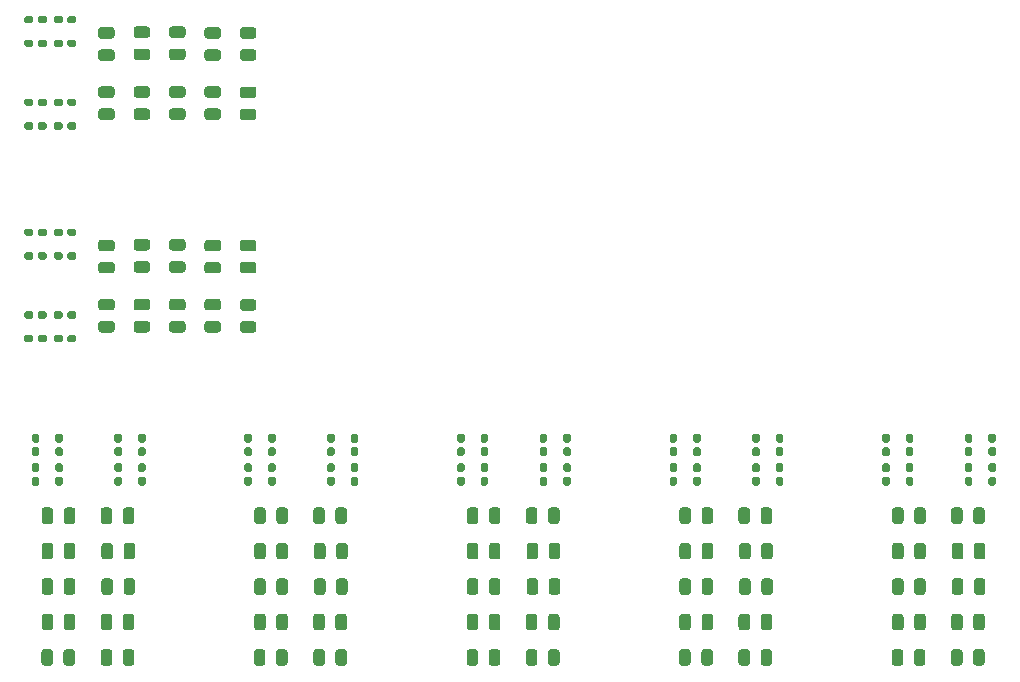
<source format=gtp>
%MOIN*%
%OFA0B0*%
%FSLAX46Y46*%
%IPPOS*%
%LPD*%
G01*
G36*
G01*
X0000408956Y0001596210D02*
X0000408956Y0001632135D01*
G75*
G02*
X0000418553Y0001641732I0000009596D01*
G01*
X0000437746Y0001641732D01*
G75*
G02*
X0000447342Y0001632135J-0000009596D01*
G01*
X0000447342Y0001596210D01*
G75*
G02*
X0000437746Y0001586614I-0000009596D01*
G01*
X0000418553Y0001586614D01*
G75*
G02*
X0000408956Y0001596210J0000009596D01*
G01*
G37*
G36*
G01*
X0000335137Y0001596210D02*
X0000335137Y0001632135D01*
G75*
G02*
X0000344734Y0001641732I0000009596D01*
G01*
X0000363927Y0001641732D01*
G75*
G02*
X0000373523Y0001632135J-0000009596D01*
G01*
X0000373523Y0001596210D01*
G75*
G02*
X0000363927Y0001586614I-0000009596D01*
G01*
X0000344734Y0001586614D01*
G75*
G02*
X0000335137Y0001596210J0000009596D01*
G01*
G37*
G36*
G01*
X0000176673Y0001632135D02*
X0000176673Y0001596210D01*
G75*
G02*
X0000167076Y0001586614I-0000009596D01*
G01*
X0000147883Y0001586614D01*
G75*
G02*
X0000138287Y0001596210J0000009596D01*
G01*
X0000138287Y0001632135D01*
G75*
G02*
X0000147883Y0001641732I0000009596D01*
G01*
X0000167076Y0001641732D01*
G75*
G02*
X0000176673Y0001632135J-0000009596D01*
G01*
G37*
G36*
G01*
X0000250492Y0001632135D02*
X0000250492Y0001596210D01*
G75*
G02*
X0000240895Y0001586614I-0000009596D01*
G01*
X0000221702Y0001586614D01*
G75*
G02*
X0000212106Y0001596210J0000009596D01*
G01*
X0000212106Y0001632135D01*
G75*
G02*
X0000221702Y0001641732I0000009596D01*
G01*
X0000240895Y0001641732D01*
G75*
G02*
X0000250492Y0001632135J-0000009596D01*
G01*
G37*
G36*
G01*
X0000408956Y0001123769D02*
X0000408956Y0001159694D01*
G75*
G02*
X0000418553Y0001169291I0000009596D01*
G01*
X0000437746Y0001169291D01*
G75*
G02*
X0000447342Y0001159694J-0000009596D01*
G01*
X0000447342Y0001123769D01*
G75*
G02*
X0000437746Y0001114173I-0000009596D01*
G01*
X0000418553Y0001114173D01*
G75*
G02*
X0000408956Y0001123769J0000009596D01*
G01*
G37*
G36*
G01*
X0000335137Y0001123769D02*
X0000335137Y0001159694D01*
G75*
G02*
X0000344734Y0001169291I0000009596D01*
G01*
X0000363927Y0001169291D01*
G75*
G02*
X0000373523Y0001159694J-0000009596D01*
G01*
X0000373523Y0001123769D01*
G75*
G02*
X0000363927Y0001114173I-0000009596D01*
G01*
X0000344734Y0001114173D01*
G75*
G02*
X0000335137Y0001123769J0000009596D01*
G01*
G37*
G36*
G01*
X0000175714Y0001159777D02*
X0000175714Y0001123852D01*
G75*
G02*
X0000166117Y0001114256I-0000009596D01*
G01*
X0000146924Y0001114256D01*
G75*
G02*
X0000137328Y0001123852J0000009596D01*
G01*
X0000137328Y0001159777D01*
G75*
G02*
X0000146924Y0001169374I0000009596D01*
G01*
X0000166117Y0001169374D01*
G75*
G02*
X0000175714Y0001159777J-0000009596D01*
G01*
G37*
G36*
G01*
X0000249533Y0001159777D02*
X0000249533Y0001123852D01*
G75*
G02*
X0000239936Y0001114256I-0000009596D01*
G01*
X0000220743Y0001114256D01*
G75*
G02*
X0000211147Y0001123852J0000009596D01*
G01*
X0000211147Y0001159777D01*
G75*
G02*
X0000220743Y0001169374I0000009596D01*
G01*
X0000239936Y0001169374D01*
G75*
G02*
X0000249533Y0001159777J-0000009596D01*
G01*
G37*
G36*
G01*
X0000408956Y0001241879D02*
X0000408956Y0001277805D01*
G75*
G02*
X0000418553Y0001287401I0000009596D01*
G01*
X0000437746Y0001287401D01*
G75*
G02*
X0000447342Y0001277805J-0000009596D01*
G01*
X0000447342Y0001241879D01*
G75*
G02*
X0000437746Y0001232283I-0000009596D01*
G01*
X0000418553Y0001232283D01*
G75*
G02*
X0000408956Y0001241879J0000009596D01*
G01*
G37*
G36*
G01*
X0000335137Y0001241879D02*
X0000335137Y0001277805D01*
G75*
G02*
X0000344734Y0001287401I0000009596D01*
G01*
X0000363927Y0001287401D01*
G75*
G02*
X0000373523Y0001277805J-0000009596D01*
G01*
X0000373523Y0001241879D01*
G75*
G02*
X0000363927Y0001232283I-0000009596D01*
G01*
X0000344734Y0001232283D01*
G75*
G02*
X0000335137Y0001241879J0000009596D01*
G01*
G37*
G36*
G01*
X0000176673Y0001277805D02*
X0000176673Y0001241879D01*
G75*
G02*
X0000167076Y0001232283I-0000009596D01*
G01*
X0000147883Y0001232283D01*
G75*
G02*
X0000138287Y0001241879J0000009596D01*
G01*
X0000138287Y0001277805D01*
G75*
G02*
X0000147883Y0001287401I0000009596D01*
G01*
X0000167076Y0001287401D01*
G75*
G02*
X0000176673Y0001277805J-0000009596D01*
G01*
G37*
G36*
G01*
X0000250492Y0001277805D02*
X0000250492Y0001241879D01*
G75*
G02*
X0000240895Y0001232283I-0000009596D01*
G01*
X0000221702Y0001232283D01*
G75*
G02*
X0000212106Y0001241879J0000009596D01*
G01*
X0000212106Y0001277805D01*
G75*
G02*
X0000221702Y0001287401I0000009596D01*
G01*
X0000240895Y0001287401D01*
G75*
G02*
X0000250492Y0001277805J-0000009596D01*
G01*
G37*
G36*
G01*
X0000411417Y0001359990D02*
X0000411417Y0001395915D01*
G75*
G02*
X0000421013Y0001405511I0000009596D01*
G01*
X0000440206Y0001405511D01*
G75*
G02*
X0000449803Y0001395915J-0000009596D01*
G01*
X0000449803Y0001359990D01*
G75*
G02*
X0000440206Y0001350393I-0000009596D01*
G01*
X0000421013Y0001350393D01*
G75*
G02*
X0000411417Y0001359990J0000009596D01*
G01*
G37*
G36*
G01*
X0000337598Y0001359990D02*
X0000337598Y0001395915D01*
G75*
G02*
X0000347194Y0001405511I0000009596D01*
G01*
X0000366387Y0001405511D01*
G75*
G02*
X0000375984Y0001395915J-0000009596D01*
G01*
X0000375984Y0001359990D01*
G75*
G02*
X0000366387Y0001350393I-0000009596D01*
G01*
X0000347194Y0001350393D01*
G75*
G02*
X0000337598Y0001359990J0000009596D01*
G01*
G37*
G36*
G01*
X0000176673Y0001395915D02*
X0000176673Y0001359990D01*
G75*
G02*
X0000167076Y0001350393I-0000009596D01*
G01*
X0000147883Y0001350393D01*
G75*
G02*
X0000138287Y0001359990J0000009596D01*
G01*
X0000138287Y0001395915D01*
G75*
G02*
X0000147883Y0001405511I0000009596D01*
G01*
X0000167076Y0001405511D01*
G75*
G02*
X0000176673Y0001395915J-0000009596D01*
G01*
G37*
G36*
G01*
X0000250492Y0001395915D02*
X0000250492Y0001359990D01*
G75*
G02*
X0000240895Y0001350393I-0000009596D01*
G01*
X0000221702Y0001350393D01*
G75*
G02*
X0000212106Y0001359990J0000009596D01*
G01*
X0000212106Y0001395915D01*
G75*
G02*
X0000221702Y0001405511I0000009596D01*
G01*
X0000240895Y0001405511D01*
G75*
G02*
X0000250492Y0001395915J-0000009596D01*
G01*
G37*
G36*
G01*
X0000411417Y0001478100D02*
X0000411417Y0001514025D01*
G75*
G02*
X0000421013Y0001523622I0000009596D01*
G01*
X0000440206Y0001523622D01*
G75*
G02*
X0000449803Y0001514025J-0000009596D01*
G01*
X0000449803Y0001478100D01*
G75*
G02*
X0000440206Y0001468503I-0000009596D01*
G01*
X0000421013Y0001468503D01*
G75*
G02*
X0000411417Y0001478100J0000009596D01*
G01*
G37*
G36*
G01*
X0000337598Y0001478100D02*
X0000337598Y0001514025D01*
G75*
G02*
X0000347194Y0001523622I0000009596D01*
G01*
X0000366387Y0001523622D01*
G75*
G02*
X0000375984Y0001514025J-0000009596D01*
G01*
X0000375984Y0001478100D01*
G75*
G02*
X0000366387Y0001468503I-0000009596D01*
G01*
X0000347194Y0001468503D01*
G75*
G02*
X0000337598Y0001478100J0000009596D01*
G01*
G37*
G36*
G01*
X0000176673Y0001514025D02*
X0000176673Y0001478100D01*
G75*
G02*
X0000167076Y0001468503I-0000009596D01*
G01*
X0000147883Y0001468503D01*
G75*
G02*
X0000138287Y0001478100J0000009596D01*
G01*
X0000138287Y0001514025D01*
G75*
G02*
X0000147883Y0001523622I0000009596D01*
G01*
X0000167076Y0001523622D01*
G75*
G02*
X0000176673Y0001514025J-0000009596D01*
G01*
G37*
G36*
G01*
X0000250492Y0001514025D02*
X0000250492Y0001478100D01*
G75*
G02*
X0000240895Y0001468503I-0000009596D01*
G01*
X0000221702Y0001468503D01*
G75*
G02*
X0000212106Y0001478100J0000009596D01*
G01*
X0000212106Y0001514025D01*
G75*
G02*
X0000221702Y0001523622I0000009596D01*
G01*
X0000240895Y0001523622D01*
G75*
G02*
X0000250492Y0001514025J-0000009596D01*
G01*
G37*
G36*
G01*
X0000124409Y0001857874D02*
X0000111811Y0001857874D01*
G75*
G02*
X0000105511Y0001864173J0000006299D01*
G01*
X0000105511Y0001881692D01*
G75*
G02*
X0000111811Y0001887992I0000006299D01*
G01*
X0000124409Y0001887992D01*
G75*
G02*
X0000130708Y0001881692J-0000006299D01*
G01*
X0000130708Y0001864173D01*
G75*
G02*
X0000124409Y0001857874I-0000006299D01*
G01*
G37*
G36*
G01*
X0000124409Y0001812795D02*
X0000111811Y0001812795D01*
G75*
G02*
X0000105511Y0001819094J0000006299D01*
G01*
X0000105511Y0001836614D01*
G75*
G02*
X0000111811Y0001842913I0000006299D01*
G01*
X0000124409Y0001842913D01*
G75*
G02*
X0000130708Y0001836614J-0000006299D01*
G01*
X0000130708Y0001819094D01*
G75*
G02*
X0000124409Y0001812795I-0000006299D01*
G01*
G37*
G36*
G01*
X0000478740Y0001759448D02*
X0000466141Y0001759448D01*
G75*
G02*
X0000459842Y0001765748J0000006299D01*
G01*
X0000459842Y0001783267D01*
G75*
G02*
X0000466141Y0001789566I0000006299D01*
G01*
X0000478740Y0001789566D01*
G75*
G02*
X0000485039Y0001783267J-0000006299D01*
G01*
X0000485039Y0001765748D01*
G75*
G02*
X0000478740Y0001759448I-0000006299D01*
G01*
G37*
G36*
G01*
X0000478740Y0001714370D02*
X0000466141Y0001714370D01*
G75*
G02*
X0000459842Y0001720669J0000006299D01*
G01*
X0000459842Y0001738188D01*
G75*
G02*
X0000466141Y0001744488I0000006299D01*
G01*
X0000478740Y0001744488D01*
G75*
G02*
X0000485039Y0001738188J-0000006299D01*
G01*
X0000485039Y0001720669D01*
G75*
G02*
X0000478740Y0001714370I-0000006299D01*
G01*
G37*
G36*
G01*
X0000203149Y0001759448D02*
X0000190551Y0001759448D01*
G75*
G02*
X0000184251Y0001765748J0000006299D01*
G01*
X0000184251Y0001783267D01*
G75*
G02*
X0000190551Y0001789566I0000006299D01*
G01*
X0000203149Y0001789566D01*
G75*
G02*
X0000209448Y0001783267J-0000006299D01*
G01*
X0000209448Y0001765748D01*
G75*
G02*
X0000203149Y0001759448I-0000006299D01*
G01*
G37*
G36*
G01*
X0000203149Y0001714370D02*
X0000190551Y0001714370D01*
G75*
G02*
X0000184251Y0001720669J0000006299D01*
G01*
X0000184251Y0001738188D01*
G75*
G02*
X0000190551Y0001744488I0000006299D01*
G01*
X0000203149Y0001744488D01*
G75*
G02*
X0000209448Y0001738188J-0000006299D01*
G01*
X0000209448Y0001720669D01*
G75*
G02*
X0000203149Y0001714370I-0000006299D01*
G01*
G37*
G36*
G01*
X0000399999Y0001857874D02*
X0000387401Y0001857874D01*
G75*
G02*
X0000381102Y0001864173J0000006299D01*
G01*
X0000381102Y0001881692D01*
G75*
G02*
X0000387401Y0001887992I0000006299D01*
G01*
X0000399999Y0001887992D01*
G75*
G02*
X0000406299Y0001881692J-0000006299D01*
G01*
X0000406299Y0001864173D01*
G75*
G02*
X0000399999Y0001857874I-0000006299D01*
G01*
G37*
G36*
G01*
X0000399999Y0001812795D02*
X0000387401Y0001812795D01*
G75*
G02*
X0000381102Y0001819094J0000006299D01*
G01*
X0000381102Y0001836614D01*
G75*
G02*
X0000387401Y0001842913I0000006299D01*
G01*
X0000399999Y0001842913D01*
G75*
G02*
X0000406299Y0001836614J-0000006299D01*
G01*
X0000406299Y0001819094D01*
G75*
G02*
X0000399999Y0001812795I-0000006299D01*
G01*
G37*
G36*
G01*
X0000203149Y0001857874D02*
X0000190551Y0001857874D01*
G75*
G02*
X0000184251Y0001864173J0000006299D01*
G01*
X0000184251Y0001881692D01*
G75*
G02*
X0000190551Y0001887992I0000006299D01*
G01*
X0000203149Y0001887992D01*
G75*
G02*
X0000209448Y0001881692J-0000006299D01*
G01*
X0000209448Y0001864173D01*
G75*
G02*
X0000203149Y0001857874I-0000006299D01*
G01*
G37*
G36*
G01*
X0000203149Y0001812795D02*
X0000190551Y0001812795D01*
G75*
G02*
X0000184251Y0001819094J0000006299D01*
G01*
X0000184251Y0001836614D01*
G75*
G02*
X0000190551Y0001842913I0000006299D01*
G01*
X0000203149Y0001842913D01*
G75*
G02*
X0000209448Y0001836614J-0000006299D01*
G01*
X0000209448Y0001819094D01*
G75*
G02*
X0000203149Y0001812795I-0000006299D01*
G01*
G37*
G36*
G01*
X0000399999Y0001759448D02*
X0000387401Y0001759448D01*
G75*
G02*
X0000381102Y0001765748J0000006299D01*
G01*
X0000381102Y0001783267D01*
G75*
G02*
X0000387401Y0001789566I0000006299D01*
G01*
X0000399999Y0001789566D01*
G75*
G02*
X0000406299Y0001783267J-0000006299D01*
G01*
X0000406299Y0001765748D01*
G75*
G02*
X0000399999Y0001759448I-0000006299D01*
G01*
G37*
G36*
G01*
X0000399999Y0001714370D02*
X0000387401Y0001714370D01*
G75*
G02*
X0000381102Y0001720669J0000006299D01*
G01*
X0000381102Y0001738188D01*
G75*
G02*
X0000387401Y0001744488I0000006299D01*
G01*
X0000399999Y0001744488D01*
G75*
G02*
X0000406299Y0001738188J-0000006299D01*
G01*
X0000406299Y0001720669D01*
G75*
G02*
X0000399999Y0001714370I-0000006299D01*
G01*
G37*
G36*
G01*
X0000124409Y0001759448D02*
X0000111811Y0001759448D01*
G75*
G02*
X0000105511Y0001765748J0000006299D01*
G01*
X0000105511Y0001783267D01*
G75*
G02*
X0000111811Y0001789566I0000006299D01*
G01*
X0000124409Y0001789566D01*
G75*
G02*
X0000130708Y0001783267J-0000006299D01*
G01*
X0000130708Y0001765748D01*
G75*
G02*
X0000124409Y0001759448I-0000006299D01*
G01*
G37*
G36*
G01*
X0000124409Y0001714370D02*
X0000111811Y0001714370D01*
G75*
G02*
X0000105511Y0001720669J0000006299D01*
G01*
X0000105511Y0001738188D01*
G75*
G02*
X0000111811Y0001744488I0000006299D01*
G01*
X0000124409Y0001744488D01*
G75*
G02*
X0000130708Y0001738188J-0000006299D01*
G01*
X0000130708Y0001720669D01*
G75*
G02*
X0000124409Y0001714370I-0000006299D01*
G01*
G37*
G36*
G01*
X0000478740Y0001857874D02*
X0000466141Y0001857874D01*
G75*
G02*
X0000459842Y0001864173J0000006299D01*
G01*
X0000459842Y0001881692D01*
G75*
G02*
X0000466141Y0001887992I0000006299D01*
G01*
X0000478740Y0001887992D01*
G75*
G02*
X0000485039Y0001881692J-0000006299D01*
G01*
X0000485039Y0001864173D01*
G75*
G02*
X0000478740Y0001857874I-0000006299D01*
G01*
G37*
G36*
G01*
X0000478740Y0001812795D02*
X0000466141Y0001812795D01*
G75*
G02*
X0000459842Y0001819094J0000006299D01*
G01*
X0000459842Y0001836614D01*
G75*
G02*
X0000466141Y0001842913I0000006299D01*
G01*
X0000478740Y0001842913D01*
G75*
G02*
X0000485039Y0001836614J-0000006299D01*
G01*
X0000485039Y0001819094D01*
G75*
G02*
X0000478740Y0001812795I-0000006299D01*
G01*
G37*
G04 next file*
G04 #@! TF.GenerationSoftware,KiCad,Pcbnew,(5.1.10)-1*
G04 #@! TF.CreationDate,2021-09-22T20:34:40-07:00*
G04 #@! TF.ProjectId,project,70726f6a-6563-4742-9e6b-696361645f70,rev?*
G04 #@! TF.SameCoordinates,Original*
G04 #@! TF.FileFunction,Paste,Top*
G04 #@! TF.FilePolarity,Positive*
G04 Gerber Fmt 4.6, Leading zero omitted, Abs format (unit mm)*
G04 Created by KiCad (PCBNEW (5.1.10)-1) date 2021-09-22 20:34:40*
G01*
G04 APERTURE LIST*
G04 APERTURE END LIST*
G36*
G01*
X0000372293Y0002495570D02*
X0000336368Y0002495570D01*
G75*
G02*
X0000326771Y0002505167J0000009596D01*
G01*
X0000326771Y0002524360D01*
G75*
G02*
X0000336368Y0002533956I0000009596D01*
G01*
X0000372293Y0002533956D01*
G75*
G02*
X0000381889Y0002524360J-0000009596D01*
G01*
X0000381889Y0002505167D01*
G75*
G02*
X0000372293Y0002495570I-0000009596D01*
G01*
G37*
G36*
G01*
X0000372293Y0002421751D02*
X0000336368Y0002421751D01*
G75*
G02*
X0000326771Y0002431348J0000009596D01*
G01*
X0000326771Y0002450541D01*
G75*
G02*
X0000336368Y0002460137I0000009596D01*
G01*
X0000372293Y0002460137D01*
G75*
G02*
X0000381889Y0002450541J-0000009596D01*
G01*
X0000381889Y0002431348D01*
G75*
G02*
X0000372293Y0002421751I-0000009596D01*
G01*
G37*
G36*
G01*
X0000336368Y0002263287D02*
X0000372293Y0002263287D01*
G75*
G02*
X0000381889Y0002253690J-0000009596D01*
G01*
X0000381889Y0002234497D01*
G75*
G02*
X0000372293Y0002224901I-0000009596D01*
G01*
X0000336368Y0002224901D01*
G75*
G02*
X0000326771Y0002234497J0000009596D01*
G01*
X0000326771Y0002253690D01*
G75*
G02*
X0000336368Y0002263287I0000009596D01*
G01*
G37*
G36*
G01*
X0000336368Y0002337106D02*
X0000372293Y0002337106D01*
G75*
G02*
X0000381889Y0002327509J-0000009596D01*
G01*
X0000381889Y0002308316D01*
G75*
G02*
X0000372293Y0002298720I-0000009596D01*
G01*
X0000336368Y0002298720D01*
G75*
G02*
X0000326771Y0002308316J0000009596D01*
G01*
X0000326771Y0002327509D01*
G75*
G02*
X0000336368Y0002337106I0000009596D01*
G01*
G37*
G36*
G01*
X0000844734Y0002495570D02*
X0000808809Y0002495570D01*
G75*
G02*
X0000799212Y0002505167J0000009596D01*
G01*
X0000799212Y0002524360D01*
G75*
G02*
X0000808809Y0002533956I0000009596D01*
G01*
X0000844734Y0002533956D01*
G75*
G02*
X0000854330Y0002524360J-0000009596D01*
G01*
X0000854330Y0002505167D01*
G75*
G02*
X0000844734Y0002495570I-0000009596D01*
G01*
G37*
G36*
G01*
X0000844734Y0002421751D02*
X0000808809Y0002421751D01*
G75*
G02*
X0000799212Y0002431348J0000009596D01*
G01*
X0000799212Y0002450541D01*
G75*
G02*
X0000808809Y0002460137I0000009596D01*
G01*
X0000844734Y0002460137D01*
G75*
G02*
X0000854330Y0002450541J-0000009596D01*
G01*
X0000854330Y0002431348D01*
G75*
G02*
X0000844734Y0002421751I-0000009596D01*
G01*
G37*
G36*
G01*
X0000808726Y0002262328D02*
X0000844651Y0002262328D01*
G75*
G02*
X0000854247Y0002252731J-0000009596D01*
G01*
X0000854247Y0002233538D01*
G75*
G02*
X0000844651Y0002223942I-0000009596D01*
G01*
X0000808726Y0002223942D01*
G75*
G02*
X0000799129Y0002233538J0000009596D01*
G01*
X0000799129Y0002252731D01*
G75*
G02*
X0000808726Y0002262328I0000009596D01*
G01*
G37*
G36*
G01*
X0000808726Y0002336147D02*
X0000844651Y0002336147D01*
G75*
G02*
X0000854247Y0002326550J-0000009596D01*
G01*
X0000854247Y0002307357D01*
G75*
G02*
X0000844651Y0002297761I-0000009596D01*
G01*
X0000808726Y0002297761D01*
G75*
G02*
X0000799129Y0002307357J0000009596D01*
G01*
X0000799129Y0002326550D01*
G75*
G02*
X0000808726Y0002336147I0000009596D01*
G01*
G37*
G36*
G01*
X0000726624Y0002495570D02*
X0000690698Y0002495570D01*
G75*
G02*
X0000681102Y0002505167J0000009596D01*
G01*
X0000681102Y0002524360D01*
G75*
G02*
X0000690698Y0002533956I0000009596D01*
G01*
X0000726624Y0002533956D01*
G75*
G02*
X0000736220Y0002524360J-0000009596D01*
G01*
X0000736220Y0002505167D01*
G75*
G02*
X0000726624Y0002495570I-0000009596D01*
G01*
G37*
G36*
G01*
X0000726624Y0002421751D02*
X0000690698Y0002421751D01*
G75*
G02*
X0000681102Y0002431348J0000009596D01*
G01*
X0000681102Y0002450541D01*
G75*
G02*
X0000690698Y0002460137I0000009596D01*
G01*
X0000726624Y0002460137D01*
G75*
G02*
X0000736220Y0002450541J-0000009596D01*
G01*
X0000736220Y0002431348D01*
G75*
G02*
X0000726624Y0002421751I-0000009596D01*
G01*
G37*
G36*
G01*
X0000690698Y0002263287D02*
X0000726624Y0002263287D01*
G75*
G02*
X0000736220Y0002253690J-0000009596D01*
G01*
X0000736220Y0002234497D01*
G75*
G02*
X0000726624Y0002224901I-0000009596D01*
G01*
X0000690698Y0002224901D01*
G75*
G02*
X0000681102Y0002234497J0000009596D01*
G01*
X0000681102Y0002253690D01*
G75*
G02*
X0000690698Y0002263287I0000009596D01*
G01*
G37*
G36*
G01*
X0000690698Y0002337106D02*
X0000726624Y0002337106D01*
G75*
G02*
X0000736220Y0002327509J-0000009596D01*
G01*
X0000736220Y0002308316D01*
G75*
G02*
X0000726624Y0002298720I-0000009596D01*
G01*
X0000690698Y0002298720D01*
G75*
G02*
X0000681102Y0002308316J0000009596D01*
G01*
X0000681102Y0002327509D01*
G75*
G02*
X0000690698Y0002337106I0000009596D01*
G01*
G37*
G36*
G01*
X0000608513Y0002498031D02*
X0000572588Y0002498031D01*
G75*
G02*
X0000562992Y0002507627J0000009596D01*
G01*
X0000562992Y0002526820D01*
G75*
G02*
X0000572588Y0002536417I0000009596D01*
G01*
X0000608513Y0002536417D01*
G75*
G02*
X0000618110Y0002526820J-0000009596D01*
G01*
X0000618110Y0002507627D01*
G75*
G02*
X0000608513Y0002498031I-0000009596D01*
G01*
G37*
G36*
G01*
X0000608513Y0002424212D02*
X0000572588Y0002424212D01*
G75*
G02*
X0000562992Y0002433809J0000009596D01*
G01*
X0000562992Y0002453001D01*
G75*
G02*
X0000572588Y0002462598I0000009596D01*
G01*
X0000608513Y0002462598D01*
G75*
G02*
X0000618110Y0002453001J-0000009596D01*
G01*
X0000618110Y0002433809D01*
G75*
G02*
X0000608513Y0002424212I-0000009596D01*
G01*
G37*
G36*
G01*
X0000572588Y0002263287D02*
X0000608513Y0002263287D01*
G75*
G02*
X0000618110Y0002253690J-0000009596D01*
G01*
X0000618110Y0002234497D01*
G75*
G02*
X0000608513Y0002224901I-0000009596D01*
G01*
X0000572588Y0002224901D01*
G75*
G02*
X0000562992Y0002234497J0000009596D01*
G01*
X0000562992Y0002253690D01*
G75*
G02*
X0000572588Y0002263287I0000009596D01*
G01*
G37*
G36*
G01*
X0000572588Y0002337106D02*
X0000608513Y0002337106D01*
G75*
G02*
X0000618110Y0002327509J-0000009596D01*
G01*
X0000618110Y0002308316D01*
G75*
G02*
X0000608513Y0002298720I-0000009596D01*
G01*
X0000572588Y0002298720D01*
G75*
G02*
X0000562992Y0002308316J0000009596D01*
G01*
X0000562992Y0002327509D01*
G75*
G02*
X0000572588Y0002337106I0000009596D01*
G01*
G37*
G36*
G01*
X0000490403Y0002498031D02*
X0000454478Y0002498031D01*
G75*
G02*
X0000444881Y0002507627J0000009596D01*
G01*
X0000444881Y0002526820D01*
G75*
G02*
X0000454478Y0002536417I0000009596D01*
G01*
X0000490403Y0002536417D01*
G75*
G02*
X0000500000Y0002526820J-0000009596D01*
G01*
X0000500000Y0002507627D01*
G75*
G02*
X0000490403Y0002498031I-0000009596D01*
G01*
G37*
G36*
G01*
X0000490403Y0002424212D02*
X0000454478Y0002424212D01*
G75*
G02*
X0000444881Y0002433809J0000009596D01*
G01*
X0000444881Y0002453001D01*
G75*
G02*
X0000454478Y0002462598I0000009596D01*
G01*
X0000490403Y0002462598D01*
G75*
G02*
X0000500000Y0002453001J-0000009596D01*
G01*
X0000500000Y0002433809D01*
G75*
G02*
X0000490403Y0002424212I-0000009596D01*
G01*
G37*
G36*
G01*
X0000454478Y0002263287D02*
X0000490403Y0002263287D01*
G75*
G02*
X0000500000Y0002253690J-0000009596D01*
G01*
X0000500000Y0002234497D01*
G75*
G02*
X0000490403Y0002224901I-0000009596D01*
G01*
X0000454478Y0002224901D01*
G75*
G02*
X0000444881Y0002234497J0000009596D01*
G01*
X0000444881Y0002253690D01*
G75*
G02*
X0000454478Y0002263287I0000009596D01*
G01*
G37*
G36*
G01*
X0000454478Y0002337106D02*
X0000490403Y0002337106D01*
G75*
G02*
X0000500000Y0002327509J-0000009596D01*
G01*
X0000500000Y0002308316D01*
G75*
G02*
X0000490403Y0002298720I-0000009596D01*
G01*
X0000454478Y0002298720D01*
G75*
G02*
X0000444881Y0002308316J0000009596D01*
G01*
X0000444881Y0002327509D01*
G75*
G02*
X0000454478Y0002337106I0000009596D01*
G01*
G37*
G36*
G01*
X0000110629Y0002211023D02*
X0000110629Y0002198425D01*
G75*
G02*
X0000104330Y0002192125I-0000006299D01*
G01*
X0000086811Y0002192125D01*
G75*
G02*
X0000080511Y0002198425J0000006299D01*
G01*
X0000080511Y0002211023D01*
G75*
G02*
X0000086811Y0002217322I0000006299D01*
G01*
X0000104330Y0002217322D01*
G75*
G02*
X0000110629Y0002211023J-0000006299D01*
G01*
G37*
G36*
G01*
X0000155708Y0002211023D02*
X0000155708Y0002198425D01*
G75*
G02*
X0000149409Y0002192125I-0000006299D01*
G01*
X0000131889Y0002192125D01*
G75*
G02*
X0000125590Y0002198425J0000006299D01*
G01*
X0000125590Y0002211023D01*
G75*
G02*
X0000131889Y0002217322I0000006299D01*
G01*
X0000149409Y0002217322D01*
G75*
G02*
X0000155708Y0002211023J-0000006299D01*
G01*
G37*
G36*
G01*
X0000209055Y0002565354D02*
X0000209055Y0002552755D01*
G75*
G02*
X0000202755Y0002546456I-0000006299D01*
G01*
X0000185236Y0002546456D01*
G75*
G02*
X0000178937Y0002552755J0000006299D01*
G01*
X0000178937Y0002565354D01*
G75*
G02*
X0000185236Y0002571653I0000006299D01*
G01*
X0000202755Y0002571653D01*
G75*
G02*
X0000209055Y0002565354J-0000006299D01*
G01*
G37*
G36*
G01*
X0000254133Y0002565354D02*
X0000254133Y0002552755D01*
G75*
G02*
X0000247834Y0002546456I-0000006299D01*
G01*
X0000230314Y0002546456D01*
G75*
G02*
X0000224015Y0002552755J0000006299D01*
G01*
X0000224015Y0002565354D01*
G75*
G02*
X0000230314Y0002571653I0000006299D01*
G01*
X0000247834Y0002571653D01*
G75*
G02*
X0000254133Y0002565354J-0000006299D01*
G01*
G37*
G36*
G01*
X0000209055Y0002289763D02*
X0000209055Y0002277165D01*
G75*
G02*
X0000202755Y0002270866I-0000006299D01*
G01*
X0000185236Y0002270866D01*
G75*
G02*
X0000178937Y0002277165J0000006299D01*
G01*
X0000178937Y0002289763D01*
G75*
G02*
X0000185236Y0002296062I0000006299D01*
G01*
X0000202755Y0002296062D01*
G75*
G02*
X0000209055Y0002289763J-0000006299D01*
G01*
G37*
G36*
G01*
X0000254133Y0002289763D02*
X0000254133Y0002277165D01*
G75*
G02*
X0000247834Y0002270866I-0000006299D01*
G01*
X0000230314Y0002270866D01*
G75*
G02*
X0000224015Y0002277165J0000006299D01*
G01*
X0000224015Y0002289763D01*
G75*
G02*
X0000230314Y0002296062I0000006299D01*
G01*
X0000247834Y0002296062D01*
G75*
G02*
X0000254133Y0002289763J-0000006299D01*
G01*
G37*
G36*
G01*
X0000110629Y0002486614D02*
X0000110629Y0002474015D01*
G75*
G02*
X0000104330Y0002467716I-0000006299D01*
G01*
X0000086811Y0002467716D01*
G75*
G02*
X0000080511Y0002474015J0000006299D01*
G01*
X0000080511Y0002486614D01*
G75*
G02*
X0000086811Y0002492913I0000006299D01*
G01*
X0000104330Y0002492913D01*
G75*
G02*
X0000110629Y0002486614J-0000006299D01*
G01*
G37*
G36*
G01*
X0000155708Y0002486614D02*
X0000155708Y0002474015D01*
G75*
G02*
X0000149409Y0002467716I-0000006299D01*
G01*
X0000131889Y0002467716D01*
G75*
G02*
X0000125590Y0002474015J0000006299D01*
G01*
X0000125590Y0002486614D01*
G75*
G02*
X0000131889Y0002492913I0000006299D01*
G01*
X0000149409Y0002492913D01*
G75*
G02*
X0000155708Y0002486614J-0000006299D01*
G01*
G37*
G36*
G01*
X0000110629Y0002289763D02*
X0000110629Y0002277165D01*
G75*
G02*
X0000104330Y0002270866I-0000006299D01*
G01*
X0000086811Y0002270866D01*
G75*
G02*
X0000080511Y0002277165J0000006299D01*
G01*
X0000080511Y0002289763D01*
G75*
G02*
X0000086811Y0002296062I0000006299D01*
G01*
X0000104330Y0002296062D01*
G75*
G02*
X0000110629Y0002289763J-0000006299D01*
G01*
G37*
G36*
G01*
X0000155708Y0002289763D02*
X0000155708Y0002277165D01*
G75*
G02*
X0000149409Y0002270866I-0000006299D01*
G01*
X0000131889Y0002270866D01*
G75*
G02*
X0000125590Y0002277165J0000006299D01*
G01*
X0000125590Y0002289763D01*
G75*
G02*
X0000131889Y0002296062I0000006299D01*
G01*
X0000149409Y0002296062D01*
G75*
G02*
X0000155708Y0002289763J-0000006299D01*
G01*
G37*
G36*
G01*
X0000209055Y0002486614D02*
X0000209055Y0002474015D01*
G75*
G02*
X0000202755Y0002467716I-0000006299D01*
G01*
X0000185236Y0002467716D01*
G75*
G02*
X0000178937Y0002474015J0000006299D01*
G01*
X0000178937Y0002486614D01*
G75*
G02*
X0000185236Y0002492913I0000006299D01*
G01*
X0000202755Y0002492913D01*
G75*
G02*
X0000209055Y0002486614J-0000006299D01*
G01*
G37*
G36*
G01*
X0000254133Y0002486614D02*
X0000254133Y0002474015D01*
G75*
G02*
X0000247834Y0002467716I-0000006299D01*
G01*
X0000230314Y0002467716D01*
G75*
G02*
X0000224015Y0002474015J0000006299D01*
G01*
X0000224015Y0002486614D01*
G75*
G02*
X0000230314Y0002492913I0000006299D01*
G01*
X0000247834Y0002492913D01*
G75*
G02*
X0000254133Y0002486614J-0000006299D01*
G01*
G37*
G36*
G01*
X0000209055Y0002211023D02*
X0000209055Y0002198425D01*
G75*
G02*
X0000202755Y0002192125I-0000006299D01*
G01*
X0000185236Y0002192125D01*
G75*
G02*
X0000178937Y0002198425J0000006299D01*
G01*
X0000178937Y0002211023D01*
G75*
G02*
X0000185236Y0002217322I0000006299D01*
G01*
X0000202755Y0002217322D01*
G75*
G02*
X0000209055Y0002211023J-0000006299D01*
G01*
G37*
G36*
G01*
X0000254133Y0002211023D02*
X0000254133Y0002198425D01*
G75*
G02*
X0000247834Y0002192125I-0000006299D01*
G01*
X0000230314Y0002192125D01*
G75*
G02*
X0000224015Y0002198425J0000006299D01*
G01*
X0000224015Y0002211023D01*
G75*
G02*
X0000230314Y0002217322I0000006299D01*
G01*
X0000247834Y0002217322D01*
G75*
G02*
X0000254133Y0002211023J-0000006299D01*
G01*
G37*
G36*
G01*
X0000110629Y0002565354D02*
X0000110629Y0002552755D01*
G75*
G02*
X0000104330Y0002546456I-0000006299D01*
G01*
X0000086811Y0002546456D01*
G75*
G02*
X0000080511Y0002552755J0000006299D01*
G01*
X0000080511Y0002565354D01*
G75*
G02*
X0000086811Y0002571653I0000006299D01*
G01*
X0000104330Y0002571653D01*
G75*
G02*
X0000110629Y0002565354J-0000006299D01*
G01*
G37*
G36*
G01*
X0000155708Y0002565354D02*
X0000155708Y0002552755D01*
G75*
G02*
X0000149409Y0002546456I-0000006299D01*
G01*
X0000131889Y0002546456D01*
G75*
G02*
X0000125590Y0002552755J0000006299D01*
G01*
X0000125590Y0002565354D01*
G75*
G02*
X0000131889Y0002571653I0000006299D01*
G01*
X0000149409Y0002571653D01*
G75*
G02*
X0000155708Y0002565354J-0000006299D01*
G01*
G37*
G04 next file*
G04 #@! TF.GenerationSoftware,KiCad,Pcbnew,(5.1.10)-1*
G04 #@! TF.CreationDate,2021-09-22T20:34:40-07:00*
G04 #@! TF.ProjectId,project,70726f6a-6563-4742-9e6b-696361645f70,rev?*
G04 #@! TF.SameCoordinates,Original*
G04 #@! TF.FileFunction,Paste,Top*
G04 #@! TF.FilePolarity,Positive*
G04 Gerber Fmt 4.6, Leading zero omitted, Abs format (unit mm)*
G04 Created by KiCad (PCBNEW (5.1.10)-1) date 2021-09-22 20:34:40*
G01*
G04 APERTURE LIST*
G04 APERTURE END LIST*
G36*
G01*
X0000372293Y0003204232D02*
X0000336368Y0003204232D01*
G75*
G02*
X0000326771Y0003213828J0000009596D01*
G01*
X0000326771Y0003233021D01*
G75*
G02*
X0000336368Y0003242618I0000009596D01*
G01*
X0000372293Y0003242618D01*
G75*
G02*
X0000381889Y0003233021J-0000009596D01*
G01*
X0000381889Y0003213828D01*
G75*
G02*
X0000372293Y0003204232I-0000009596D01*
G01*
G37*
G36*
G01*
X0000372293Y0003130413D02*
X0000336368Y0003130413D01*
G75*
G02*
X0000326771Y0003140009J0000009596D01*
G01*
X0000326771Y0003159202D01*
G75*
G02*
X0000336368Y0003168799I0000009596D01*
G01*
X0000372293Y0003168799D01*
G75*
G02*
X0000381889Y0003159202J-0000009596D01*
G01*
X0000381889Y0003140009D01*
G75*
G02*
X0000372293Y0003130413I-0000009596D01*
G01*
G37*
G36*
G01*
X0000336368Y0002971948D02*
X0000372293Y0002971948D01*
G75*
G02*
X0000381889Y0002962352J-0000009596D01*
G01*
X0000381889Y0002943159D01*
G75*
G02*
X0000372293Y0002933562I-0000009596D01*
G01*
X0000336368Y0002933562D01*
G75*
G02*
X0000326771Y0002943159J0000009596D01*
G01*
X0000326771Y0002962352D01*
G75*
G02*
X0000336368Y0002971948I0000009596D01*
G01*
G37*
G36*
G01*
X0000336368Y0003045767D02*
X0000372293Y0003045767D01*
G75*
G02*
X0000381889Y0003036171J-0000009596D01*
G01*
X0000381889Y0003016978D01*
G75*
G02*
X0000372293Y0003007381I-0000009596D01*
G01*
X0000336368Y0003007381D01*
G75*
G02*
X0000326771Y0003016978J0000009596D01*
G01*
X0000326771Y0003036171D01*
G75*
G02*
X0000336368Y0003045767I0000009596D01*
G01*
G37*
G36*
G01*
X0000844734Y0003204232D02*
X0000808809Y0003204232D01*
G75*
G02*
X0000799212Y0003213828J0000009596D01*
G01*
X0000799212Y0003233021D01*
G75*
G02*
X0000808809Y0003242618I0000009596D01*
G01*
X0000844734Y0003242618D01*
G75*
G02*
X0000854330Y0003233021J-0000009596D01*
G01*
X0000854330Y0003213828D01*
G75*
G02*
X0000844734Y0003204232I-0000009596D01*
G01*
G37*
G36*
G01*
X0000844734Y0003130413D02*
X0000808809Y0003130413D01*
G75*
G02*
X0000799212Y0003140009J0000009596D01*
G01*
X0000799212Y0003159202D01*
G75*
G02*
X0000808809Y0003168799I0000009596D01*
G01*
X0000844734Y0003168799D01*
G75*
G02*
X0000854330Y0003159202J-0000009596D01*
G01*
X0000854330Y0003140009D01*
G75*
G02*
X0000844734Y0003130413I-0000009596D01*
G01*
G37*
G36*
G01*
X0000808726Y0002970989D02*
X0000844651Y0002970989D01*
G75*
G02*
X0000854247Y0002961393J-0000009596D01*
G01*
X0000854247Y0002942200D01*
G75*
G02*
X0000844651Y0002932603I-0000009596D01*
G01*
X0000808726Y0002932603D01*
G75*
G02*
X0000799129Y0002942200J0000009596D01*
G01*
X0000799129Y0002961393D01*
G75*
G02*
X0000808726Y0002970989I0000009596D01*
G01*
G37*
G36*
G01*
X0000808726Y0003044808D02*
X0000844651Y0003044808D01*
G75*
G02*
X0000854247Y0003035212J-0000009596D01*
G01*
X0000854247Y0003016019D01*
G75*
G02*
X0000844651Y0003006422I-0000009596D01*
G01*
X0000808726Y0003006422D01*
G75*
G02*
X0000799129Y0003016019J0000009596D01*
G01*
X0000799129Y0003035212D01*
G75*
G02*
X0000808726Y0003044808I0000009596D01*
G01*
G37*
G36*
G01*
X0000726624Y0003204232D02*
X0000690698Y0003204232D01*
G75*
G02*
X0000681102Y0003213828J0000009596D01*
G01*
X0000681102Y0003233021D01*
G75*
G02*
X0000690698Y0003242618I0000009596D01*
G01*
X0000726624Y0003242618D01*
G75*
G02*
X0000736220Y0003233021J-0000009596D01*
G01*
X0000736220Y0003213828D01*
G75*
G02*
X0000726624Y0003204232I-0000009596D01*
G01*
G37*
G36*
G01*
X0000726624Y0003130413D02*
X0000690698Y0003130413D01*
G75*
G02*
X0000681102Y0003140009J0000009596D01*
G01*
X0000681102Y0003159202D01*
G75*
G02*
X0000690698Y0003168799I0000009596D01*
G01*
X0000726624Y0003168799D01*
G75*
G02*
X0000736220Y0003159202J-0000009596D01*
G01*
X0000736220Y0003140009D01*
G75*
G02*
X0000726624Y0003130413I-0000009596D01*
G01*
G37*
G36*
G01*
X0000690698Y0002971948D02*
X0000726624Y0002971948D01*
G75*
G02*
X0000736220Y0002962352J-0000009596D01*
G01*
X0000736220Y0002943159D01*
G75*
G02*
X0000726624Y0002933562I-0000009596D01*
G01*
X0000690698Y0002933562D01*
G75*
G02*
X0000681102Y0002943159J0000009596D01*
G01*
X0000681102Y0002962352D01*
G75*
G02*
X0000690698Y0002971948I0000009596D01*
G01*
G37*
G36*
G01*
X0000690698Y0003045767D02*
X0000726624Y0003045767D01*
G75*
G02*
X0000736220Y0003036171J-0000009596D01*
G01*
X0000736220Y0003016978D01*
G75*
G02*
X0000726624Y0003007381I-0000009596D01*
G01*
X0000690698Y0003007381D01*
G75*
G02*
X0000681102Y0003016978J0000009596D01*
G01*
X0000681102Y0003036171D01*
G75*
G02*
X0000690698Y0003045767I0000009596D01*
G01*
G37*
G36*
G01*
X0000608513Y0003206692D02*
X0000572588Y0003206692D01*
G75*
G02*
X0000562992Y0003216289J0000009596D01*
G01*
X0000562992Y0003235482D01*
G75*
G02*
X0000572588Y0003245078I0000009596D01*
G01*
X0000608513Y0003245078D01*
G75*
G02*
X0000618110Y0003235482J-0000009596D01*
G01*
X0000618110Y0003216289D01*
G75*
G02*
X0000608513Y0003206692I-0000009596D01*
G01*
G37*
G36*
G01*
X0000608513Y0003132873D02*
X0000572588Y0003132873D01*
G75*
G02*
X0000562992Y0003142470J0000009596D01*
G01*
X0000562992Y0003161663D01*
G75*
G02*
X0000572588Y0003171259I0000009596D01*
G01*
X0000608513Y0003171259D01*
G75*
G02*
X0000618110Y0003161663J-0000009596D01*
G01*
X0000618110Y0003142470D01*
G75*
G02*
X0000608513Y0003132873I-0000009596D01*
G01*
G37*
G36*
G01*
X0000572588Y0002971948D02*
X0000608513Y0002971948D01*
G75*
G02*
X0000618110Y0002962352J-0000009596D01*
G01*
X0000618110Y0002943159D01*
G75*
G02*
X0000608513Y0002933562I-0000009596D01*
G01*
X0000572588Y0002933562D01*
G75*
G02*
X0000562992Y0002943159J0000009596D01*
G01*
X0000562992Y0002962352D01*
G75*
G02*
X0000572588Y0002971948I0000009596D01*
G01*
G37*
G36*
G01*
X0000572588Y0003045767D02*
X0000608513Y0003045767D01*
G75*
G02*
X0000618110Y0003036171J-0000009596D01*
G01*
X0000618110Y0003016978D01*
G75*
G02*
X0000608513Y0003007381I-0000009596D01*
G01*
X0000572588Y0003007381D01*
G75*
G02*
X0000562992Y0003016978J0000009596D01*
G01*
X0000562992Y0003036171D01*
G75*
G02*
X0000572588Y0003045767I0000009596D01*
G01*
G37*
G36*
G01*
X0000490403Y0003206692D02*
X0000454478Y0003206692D01*
G75*
G02*
X0000444881Y0003216289J0000009596D01*
G01*
X0000444881Y0003235482D01*
G75*
G02*
X0000454478Y0003245078I0000009596D01*
G01*
X0000490403Y0003245078D01*
G75*
G02*
X0000500000Y0003235482J-0000009596D01*
G01*
X0000500000Y0003216289D01*
G75*
G02*
X0000490403Y0003206692I-0000009596D01*
G01*
G37*
G36*
G01*
X0000490403Y0003132873D02*
X0000454478Y0003132873D01*
G75*
G02*
X0000444881Y0003142470J0000009596D01*
G01*
X0000444881Y0003161663D01*
G75*
G02*
X0000454478Y0003171259I0000009596D01*
G01*
X0000490403Y0003171259D01*
G75*
G02*
X0000500000Y0003161663J-0000009596D01*
G01*
X0000500000Y0003142470D01*
G75*
G02*
X0000490403Y0003132873I-0000009596D01*
G01*
G37*
G36*
G01*
X0000454478Y0002971948D02*
X0000490403Y0002971948D01*
G75*
G02*
X0000500000Y0002962352J-0000009596D01*
G01*
X0000500000Y0002943159D01*
G75*
G02*
X0000490403Y0002933562I-0000009596D01*
G01*
X0000454478Y0002933562D01*
G75*
G02*
X0000444881Y0002943159J0000009596D01*
G01*
X0000444881Y0002962352D01*
G75*
G02*
X0000454478Y0002971948I0000009596D01*
G01*
G37*
G36*
G01*
X0000454478Y0003045767D02*
X0000490403Y0003045767D01*
G75*
G02*
X0000500000Y0003036171J-0000009596D01*
G01*
X0000500000Y0003016978D01*
G75*
G02*
X0000490403Y0003007381I-0000009596D01*
G01*
X0000454478Y0003007381D01*
G75*
G02*
X0000444881Y0003016978J0000009596D01*
G01*
X0000444881Y0003036171D01*
G75*
G02*
X0000454478Y0003045767I0000009596D01*
G01*
G37*
G36*
G01*
X0000110629Y0002919685D02*
X0000110629Y0002907086D01*
G75*
G02*
X0000104330Y0002900787I-0000006299D01*
G01*
X0000086811Y0002900787D01*
G75*
G02*
X0000080511Y0002907086J0000006299D01*
G01*
X0000080511Y0002919685D01*
G75*
G02*
X0000086811Y0002925984I0000006299D01*
G01*
X0000104330Y0002925984D01*
G75*
G02*
X0000110629Y0002919685J-0000006299D01*
G01*
G37*
G36*
G01*
X0000155708Y0002919685D02*
X0000155708Y0002907086D01*
G75*
G02*
X0000149409Y0002900787I-0000006299D01*
G01*
X0000131889Y0002900787D01*
G75*
G02*
X0000125590Y0002907086J0000006299D01*
G01*
X0000125590Y0002919685D01*
G75*
G02*
X0000131889Y0002925984I0000006299D01*
G01*
X0000149409Y0002925984D01*
G75*
G02*
X0000155708Y0002919685J-0000006299D01*
G01*
G37*
G36*
G01*
X0000209055Y0003274015D02*
X0000209055Y0003261417D01*
G75*
G02*
X0000202755Y0003255118I-0000006299D01*
G01*
X0000185236Y0003255118D01*
G75*
G02*
X0000178937Y0003261417J0000006299D01*
G01*
X0000178937Y0003274015D01*
G75*
G02*
X0000185236Y0003280314I0000006299D01*
G01*
X0000202755Y0003280314D01*
G75*
G02*
X0000209055Y0003274015J-0000006299D01*
G01*
G37*
G36*
G01*
X0000254133Y0003274015D02*
X0000254133Y0003261417D01*
G75*
G02*
X0000247834Y0003255118I-0000006299D01*
G01*
X0000230314Y0003255118D01*
G75*
G02*
X0000224015Y0003261417J0000006299D01*
G01*
X0000224015Y0003274015D01*
G75*
G02*
X0000230314Y0003280314I0000006299D01*
G01*
X0000247834Y0003280314D01*
G75*
G02*
X0000254133Y0003274015J-0000006299D01*
G01*
G37*
G36*
G01*
X0000209055Y0002998425D02*
X0000209055Y0002985826D01*
G75*
G02*
X0000202755Y0002979527I-0000006299D01*
G01*
X0000185236Y0002979527D01*
G75*
G02*
X0000178937Y0002985826J0000006299D01*
G01*
X0000178937Y0002998425D01*
G75*
G02*
X0000185236Y0003004724I0000006299D01*
G01*
X0000202755Y0003004724D01*
G75*
G02*
X0000209055Y0002998425J-0000006299D01*
G01*
G37*
G36*
G01*
X0000254133Y0002998425D02*
X0000254133Y0002985826D01*
G75*
G02*
X0000247834Y0002979527I-0000006299D01*
G01*
X0000230314Y0002979527D01*
G75*
G02*
X0000224015Y0002985826J0000006299D01*
G01*
X0000224015Y0002998425D01*
G75*
G02*
X0000230314Y0003004724I0000006299D01*
G01*
X0000247834Y0003004724D01*
G75*
G02*
X0000254133Y0002998425J-0000006299D01*
G01*
G37*
G36*
G01*
X0000110629Y0003195275D02*
X0000110629Y0003182677D01*
G75*
G02*
X0000104330Y0003176377I-0000006299D01*
G01*
X0000086811Y0003176377D01*
G75*
G02*
X0000080511Y0003182677J0000006299D01*
G01*
X0000080511Y0003195275D01*
G75*
G02*
X0000086811Y0003201574I0000006299D01*
G01*
X0000104330Y0003201574D01*
G75*
G02*
X0000110629Y0003195275J-0000006299D01*
G01*
G37*
G36*
G01*
X0000155708Y0003195275D02*
X0000155708Y0003182677D01*
G75*
G02*
X0000149409Y0003176377I-0000006299D01*
G01*
X0000131889Y0003176377D01*
G75*
G02*
X0000125590Y0003182677J0000006299D01*
G01*
X0000125590Y0003195275D01*
G75*
G02*
X0000131889Y0003201574I0000006299D01*
G01*
X0000149409Y0003201574D01*
G75*
G02*
X0000155708Y0003195275J-0000006299D01*
G01*
G37*
G36*
G01*
X0000110629Y0002998425D02*
X0000110629Y0002985826D01*
G75*
G02*
X0000104330Y0002979527I-0000006299D01*
G01*
X0000086811Y0002979527D01*
G75*
G02*
X0000080511Y0002985826J0000006299D01*
G01*
X0000080511Y0002998425D01*
G75*
G02*
X0000086811Y0003004724I0000006299D01*
G01*
X0000104330Y0003004724D01*
G75*
G02*
X0000110629Y0002998425J-0000006299D01*
G01*
G37*
G36*
G01*
X0000155708Y0002998425D02*
X0000155708Y0002985826D01*
G75*
G02*
X0000149409Y0002979527I-0000006299D01*
G01*
X0000131889Y0002979527D01*
G75*
G02*
X0000125590Y0002985826J0000006299D01*
G01*
X0000125590Y0002998425D01*
G75*
G02*
X0000131889Y0003004724I0000006299D01*
G01*
X0000149409Y0003004724D01*
G75*
G02*
X0000155708Y0002998425J-0000006299D01*
G01*
G37*
G36*
G01*
X0000209055Y0003195275D02*
X0000209055Y0003182677D01*
G75*
G02*
X0000202755Y0003176377I-0000006299D01*
G01*
X0000185236Y0003176377D01*
G75*
G02*
X0000178937Y0003182677J0000006299D01*
G01*
X0000178937Y0003195275D01*
G75*
G02*
X0000185236Y0003201574I0000006299D01*
G01*
X0000202755Y0003201574D01*
G75*
G02*
X0000209055Y0003195275J-0000006299D01*
G01*
G37*
G36*
G01*
X0000254133Y0003195275D02*
X0000254133Y0003182677D01*
G75*
G02*
X0000247834Y0003176377I-0000006299D01*
G01*
X0000230314Y0003176377D01*
G75*
G02*
X0000224015Y0003182677J0000006299D01*
G01*
X0000224015Y0003195275D01*
G75*
G02*
X0000230314Y0003201574I0000006299D01*
G01*
X0000247834Y0003201574D01*
G75*
G02*
X0000254133Y0003195275J-0000006299D01*
G01*
G37*
G36*
G01*
X0000209055Y0002919685D02*
X0000209055Y0002907086D01*
G75*
G02*
X0000202755Y0002900787I-0000006299D01*
G01*
X0000185236Y0002900787D01*
G75*
G02*
X0000178937Y0002907086J0000006299D01*
G01*
X0000178937Y0002919685D01*
G75*
G02*
X0000185236Y0002925984I0000006299D01*
G01*
X0000202755Y0002925984D01*
G75*
G02*
X0000209055Y0002919685J-0000006299D01*
G01*
G37*
G36*
G01*
X0000254133Y0002919685D02*
X0000254133Y0002907086D01*
G75*
G02*
X0000247834Y0002900787I-0000006299D01*
G01*
X0000230314Y0002900787D01*
G75*
G02*
X0000224015Y0002907086J0000006299D01*
G01*
X0000224015Y0002919685D01*
G75*
G02*
X0000230314Y0002925984I0000006299D01*
G01*
X0000247834Y0002925984D01*
G75*
G02*
X0000254133Y0002919685J-0000006299D01*
G01*
G37*
G36*
G01*
X0000110629Y0003274015D02*
X0000110629Y0003261417D01*
G75*
G02*
X0000104330Y0003255118I-0000006299D01*
G01*
X0000086811Y0003255118D01*
G75*
G02*
X0000080511Y0003261417J0000006299D01*
G01*
X0000080511Y0003274015D01*
G75*
G02*
X0000086811Y0003280314I0000006299D01*
G01*
X0000104330Y0003280314D01*
G75*
G02*
X0000110629Y0003274015J-0000006299D01*
G01*
G37*
G36*
G01*
X0000155708Y0003274015D02*
X0000155708Y0003261417D01*
G75*
G02*
X0000149409Y0003255118I-0000006299D01*
G01*
X0000131889Y0003255118D01*
G75*
G02*
X0000125590Y0003261417J0000006299D01*
G01*
X0000125590Y0003274015D01*
G75*
G02*
X0000131889Y0003280314I0000006299D01*
G01*
X0000149409Y0003280314D01*
G75*
G02*
X0000155708Y0003274015J-0000006299D01*
G01*
G37*
G04 next file*
G04 #@! TF.GenerationSoftware,KiCad,Pcbnew,(5.1.10)-1*
G04 #@! TF.CreationDate,2021-09-22T20:34:40-07:00*
G04 #@! TF.ProjectId,project,70726f6a-6563-4742-9e6b-696361645f70,rev?*
G04 #@! TF.SameCoordinates,Original*
G04 #@! TF.FileFunction,Paste,Top*
G04 #@! TF.FilePolarity,Positive*
G04 Gerber Fmt 4.6, Leading zero omitted, Abs format (unit mm)*
G04 Created by KiCad (PCBNEW (5.1.10)-1) date 2021-09-22 20:34:40*
G01*
G04 APERTURE LIST*
G04 APERTURE END LIST*
G36*
G01*
X0001117618Y0001596210D02*
X0001117618Y0001632135D01*
G75*
G02*
X0001127214Y0001641732I0000009596D01*
G01*
X0001146407Y0001641732D01*
G75*
G02*
X0001156003Y0001632135J-0000009596D01*
G01*
X0001156003Y0001596210D01*
G75*
G02*
X0001146407Y0001586614I-0000009596D01*
G01*
X0001127214Y0001586614D01*
G75*
G02*
X0001117618Y0001596210J0000009596D01*
G01*
G37*
G36*
G01*
X0001043799Y0001596210D02*
X0001043799Y0001632135D01*
G75*
G02*
X0001053395Y0001641732I0000009596D01*
G01*
X0001072588Y0001641732D01*
G75*
G02*
X0001082185Y0001632135J-0000009596D01*
G01*
X0001082185Y0001596210D01*
G75*
G02*
X0001072588Y0001586614I-0000009596D01*
G01*
X0001053395Y0001586614D01*
G75*
G02*
X0001043799Y0001596210J0000009596D01*
G01*
G37*
G36*
G01*
X0000885334Y0001632135D02*
X0000885334Y0001596210D01*
G75*
G02*
X0000875738Y0001586614I-0000009596D01*
G01*
X0000856545Y0001586614D01*
G75*
G02*
X0000846948Y0001596210J0000009596D01*
G01*
X0000846948Y0001632135D01*
G75*
G02*
X0000856545Y0001641732I0000009596D01*
G01*
X0000875738Y0001641732D01*
G75*
G02*
X0000885334Y0001632135J-0000009596D01*
G01*
G37*
G36*
G01*
X0000959153Y0001632135D02*
X0000959153Y0001596210D01*
G75*
G02*
X0000949557Y0001586614I-0000009596D01*
G01*
X0000930364Y0001586614D01*
G75*
G02*
X0000920767Y0001596210J0000009596D01*
G01*
X0000920767Y0001632135D01*
G75*
G02*
X0000930364Y0001641732I0000009596D01*
G01*
X0000949557Y0001641732D01*
G75*
G02*
X0000959153Y0001632135J-0000009596D01*
G01*
G37*
G36*
G01*
X0001117618Y0001123769D02*
X0001117618Y0001159694D01*
G75*
G02*
X0001127214Y0001169291I0000009596D01*
G01*
X0001146407Y0001169291D01*
G75*
G02*
X0001156003Y0001159694J-0000009596D01*
G01*
X0001156003Y0001123769D01*
G75*
G02*
X0001146407Y0001114173I-0000009596D01*
G01*
X0001127214Y0001114173D01*
G75*
G02*
X0001117618Y0001123769J0000009596D01*
G01*
G37*
G36*
G01*
X0001043799Y0001123769D02*
X0001043799Y0001159694D01*
G75*
G02*
X0001053395Y0001169291I0000009596D01*
G01*
X0001072588Y0001169291D01*
G75*
G02*
X0001082185Y0001159694J-0000009596D01*
G01*
X0001082185Y0001123769D01*
G75*
G02*
X0001072588Y0001114173I-0000009596D01*
G01*
X0001053395Y0001114173D01*
G75*
G02*
X0001043799Y0001123769J0000009596D01*
G01*
G37*
G36*
G01*
X0000884375Y0001159777D02*
X0000884375Y0001123852D01*
G75*
G02*
X0000874779Y0001114256I-0000009596D01*
G01*
X0000855586Y0001114256D01*
G75*
G02*
X0000845989Y0001123852J0000009596D01*
G01*
X0000845989Y0001159777D01*
G75*
G02*
X0000855586Y0001169374I0000009596D01*
G01*
X0000874779Y0001169374D01*
G75*
G02*
X0000884375Y0001159777J-0000009596D01*
G01*
G37*
G36*
G01*
X0000958194Y0001159777D02*
X0000958194Y0001123852D01*
G75*
G02*
X0000948597Y0001114256I-0000009596D01*
G01*
X0000929405Y0001114256D01*
G75*
G02*
X0000919808Y0001123852J0000009596D01*
G01*
X0000919808Y0001159777D01*
G75*
G02*
X0000929405Y0001169374I0000009596D01*
G01*
X0000948597Y0001169374D01*
G75*
G02*
X0000958194Y0001159777J-0000009596D01*
G01*
G37*
G36*
G01*
X0001117618Y0001241879D02*
X0001117618Y0001277805D01*
G75*
G02*
X0001127214Y0001287401I0000009596D01*
G01*
X0001146407Y0001287401D01*
G75*
G02*
X0001156003Y0001277805J-0000009596D01*
G01*
X0001156003Y0001241879D01*
G75*
G02*
X0001146407Y0001232283I-0000009596D01*
G01*
X0001127214Y0001232283D01*
G75*
G02*
X0001117618Y0001241879J0000009596D01*
G01*
G37*
G36*
G01*
X0001043799Y0001241879D02*
X0001043799Y0001277805D01*
G75*
G02*
X0001053395Y0001287401I0000009596D01*
G01*
X0001072588Y0001287401D01*
G75*
G02*
X0001082185Y0001277805J-0000009596D01*
G01*
X0001082185Y0001241879D01*
G75*
G02*
X0001072588Y0001232283I-0000009596D01*
G01*
X0001053395Y0001232283D01*
G75*
G02*
X0001043799Y0001241879J0000009596D01*
G01*
G37*
G36*
G01*
X0000885334Y0001277805D02*
X0000885334Y0001241879D01*
G75*
G02*
X0000875738Y0001232283I-0000009596D01*
G01*
X0000856545Y0001232283D01*
G75*
G02*
X0000846948Y0001241879J0000009596D01*
G01*
X0000846948Y0001277805D01*
G75*
G02*
X0000856545Y0001287401I0000009596D01*
G01*
X0000875738Y0001287401D01*
G75*
G02*
X0000885334Y0001277805J-0000009596D01*
G01*
G37*
G36*
G01*
X0000959153Y0001277805D02*
X0000959153Y0001241879D01*
G75*
G02*
X0000949557Y0001232283I-0000009596D01*
G01*
X0000930364Y0001232283D01*
G75*
G02*
X0000920767Y0001241879J0000009596D01*
G01*
X0000920767Y0001277805D01*
G75*
G02*
X0000930364Y0001287401I0000009596D01*
G01*
X0000949557Y0001287401D01*
G75*
G02*
X0000959153Y0001277805J-0000009596D01*
G01*
G37*
G36*
G01*
X0001120078Y0001359990D02*
X0001120078Y0001395915D01*
G75*
G02*
X0001129675Y0001405511I0000009596D01*
G01*
X0001148868Y0001405511D01*
G75*
G02*
X0001158464Y0001395915J-0000009596D01*
G01*
X0001158464Y0001359990D01*
G75*
G02*
X0001148868Y0001350393I-0000009596D01*
G01*
X0001129675Y0001350393D01*
G75*
G02*
X0001120078Y0001359990J0000009596D01*
G01*
G37*
G36*
G01*
X0001046259Y0001359990D02*
X0001046259Y0001395915D01*
G75*
G02*
X0001055856Y0001405511I0000009596D01*
G01*
X0001075049Y0001405511D01*
G75*
G02*
X0001084645Y0001395915J-0000009596D01*
G01*
X0001084645Y0001359990D01*
G75*
G02*
X0001075049Y0001350393I-0000009596D01*
G01*
X0001055856Y0001350393D01*
G75*
G02*
X0001046259Y0001359990J0000009596D01*
G01*
G37*
G36*
G01*
X0000885334Y0001395915D02*
X0000885334Y0001359990D01*
G75*
G02*
X0000875738Y0001350393I-0000009596D01*
G01*
X0000856545Y0001350393D01*
G75*
G02*
X0000846948Y0001359990J0000009596D01*
G01*
X0000846948Y0001395915D01*
G75*
G02*
X0000856545Y0001405511I0000009596D01*
G01*
X0000875738Y0001405511D01*
G75*
G02*
X0000885334Y0001395915J-0000009596D01*
G01*
G37*
G36*
G01*
X0000959153Y0001395915D02*
X0000959153Y0001359990D01*
G75*
G02*
X0000949557Y0001350393I-0000009596D01*
G01*
X0000930364Y0001350393D01*
G75*
G02*
X0000920767Y0001359990J0000009596D01*
G01*
X0000920767Y0001395915D01*
G75*
G02*
X0000930364Y0001405511I0000009596D01*
G01*
X0000949557Y0001405511D01*
G75*
G02*
X0000959153Y0001395915J-0000009596D01*
G01*
G37*
G36*
G01*
X0001120078Y0001478100D02*
X0001120078Y0001514025D01*
G75*
G02*
X0001129675Y0001523622I0000009596D01*
G01*
X0001148868Y0001523622D01*
G75*
G02*
X0001158464Y0001514025J-0000009596D01*
G01*
X0001158464Y0001478100D01*
G75*
G02*
X0001148868Y0001468503I-0000009596D01*
G01*
X0001129675Y0001468503D01*
G75*
G02*
X0001120078Y0001478100J0000009596D01*
G01*
G37*
G36*
G01*
X0001046259Y0001478100D02*
X0001046259Y0001514025D01*
G75*
G02*
X0001055856Y0001523622I0000009596D01*
G01*
X0001075049Y0001523622D01*
G75*
G02*
X0001084645Y0001514025J-0000009596D01*
G01*
X0001084645Y0001478100D01*
G75*
G02*
X0001075049Y0001468503I-0000009596D01*
G01*
X0001055856Y0001468503D01*
G75*
G02*
X0001046259Y0001478100J0000009596D01*
G01*
G37*
G36*
G01*
X0000885334Y0001514025D02*
X0000885334Y0001478100D01*
G75*
G02*
X0000875738Y0001468503I-0000009596D01*
G01*
X0000856545Y0001468503D01*
G75*
G02*
X0000846948Y0001478100J0000009596D01*
G01*
X0000846948Y0001514025D01*
G75*
G02*
X0000856545Y0001523622I0000009596D01*
G01*
X0000875738Y0001523622D01*
G75*
G02*
X0000885334Y0001514025J-0000009596D01*
G01*
G37*
G36*
G01*
X0000959153Y0001514025D02*
X0000959153Y0001478100D01*
G75*
G02*
X0000949557Y0001468503I-0000009596D01*
G01*
X0000930364Y0001468503D01*
G75*
G02*
X0000920767Y0001478100J0000009596D01*
G01*
X0000920767Y0001514025D01*
G75*
G02*
X0000930364Y0001523622I0000009596D01*
G01*
X0000949557Y0001523622D01*
G75*
G02*
X0000959153Y0001514025J-0000009596D01*
G01*
G37*
G36*
G01*
X0000833070Y0001857874D02*
X0000820472Y0001857874D01*
G75*
G02*
X0000814173Y0001864173J0000006299D01*
G01*
X0000814173Y0001881692D01*
G75*
G02*
X0000820472Y0001887992I0000006299D01*
G01*
X0000833070Y0001887992D01*
G75*
G02*
X0000839370Y0001881692J-0000006299D01*
G01*
X0000839370Y0001864173D01*
G75*
G02*
X0000833070Y0001857874I-0000006299D01*
G01*
G37*
G36*
G01*
X0000833070Y0001812795D02*
X0000820472Y0001812795D01*
G75*
G02*
X0000814173Y0001819094J0000006299D01*
G01*
X0000814173Y0001836614D01*
G75*
G02*
X0000820472Y0001842913I0000006299D01*
G01*
X0000833070Y0001842913D01*
G75*
G02*
X0000839370Y0001836614J-0000006299D01*
G01*
X0000839370Y0001819094D01*
G75*
G02*
X0000833070Y0001812795I-0000006299D01*
G01*
G37*
G36*
G01*
X0001187401Y0001759448D02*
X0001174803Y0001759448D01*
G75*
G02*
X0001168503Y0001765748J0000006299D01*
G01*
X0001168503Y0001783267D01*
G75*
G02*
X0001174803Y0001789566I0000006299D01*
G01*
X0001187401Y0001789566D01*
G75*
G02*
X0001193700Y0001783267J-0000006299D01*
G01*
X0001193700Y0001765748D01*
G75*
G02*
X0001187401Y0001759448I-0000006299D01*
G01*
G37*
G36*
G01*
X0001187401Y0001714370D02*
X0001174803Y0001714370D01*
G75*
G02*
X0001168503Y0001720669J0000006299D01*
G01*
X0001168503Y0001738188D01*
G75*
G02*
X0001174803Y0001744488I0000006299D01*
G01*
X0001187401Y0001744488D01*
G75*
G02*
X0001193700Y0001738188J-0000006299D01*
G01*
X0001193700Y0001720669D01*
G75*
G02*
X0001187401Y0001714370I-0000006299D01*
G01*
G37*
G36*
G01*
X0000911810Y0001759448D02*
X0000899212Y0001759448D01*
G75*
G02*
X0000892913Y0001765748J0000006299D01*
G01*
X0000892913Y0001783267D01*
G75*
G02*
X0000899212Y0001789566I0000006299D01*
G01*
X0000911810Y0001789566D01*
G75*
G02*
X0000918110Y0001783267J-0000006299D01*
G01*
X0000918110Y0001765748D01*
G75*
G02*
X0000911810Y0001759448I-0000006299D01*
G01*
G37*
G36*
G01*
X0000911810Y0001714370D02*
X0000899212Y0001714370D01*
G75*
G02*
X0000892913Y0001720669J0000006299D01*
G01*
X0000892913Y0001738188D01*
G75*
G02*
X0000899212Y0001744488I0000006299D01*
G01*
X0000911810Y0001744488D01*
G75*
G02*
X0000918110Y0001738188J-0000006299D01*
G01*
X0000918110Y0001720669D01*
G75*
G02*
X0000911810Y0001714370I-0000006299D01*
G01*
G37*
G36*
G01*
X0001108661Y0001857874D02*
X0001096062Y0001857874D01*
G75*
G02*
X0001089763Y0001864173J0000006299D01*
G01*
X0001089763Y0001881692D01*
G75*
G02*
X0001096062Y0001887992I0000006299D01*
G01*
X0001108661Y0001887992D01*
G75*
G02*
X0001114960Y0001881692J-0000006299D01*
G01*
X0001114960Y0001864173D01*
G75*
G02*
X0001108661Y0001857874I-0000006299D01*
G01*
G37*
G36*
G01*
X0001108661Y0001812795D02*
X0001096062Y0001812795D01*
G75*
G02*
X0001089763Y0001819094J0000006299D01*
G01*
X0001089763Y0001836614D01*
G75*
G02*
X0001096062Y0001842913I0000006299D01*
G01*
X0001108661Y0001842913D01*
G75*
G02*
X0001114960Y0001836614J-0000006299D01*
G01*
X0001114960Y0001819094D01*
G75*
G02*
X0001108661Y0001812795I-0000006299D01*
G01*
G37*
G36*
G01*
X0000911810Y0001857874D02*
X0000899212Y0001857874D01*
G75*
G02*
X0000892913Y0001864173J0000006299D01*
G01*
X0000892913Y0001881692D01*
G75*
G02*
X0000899212Y0001887992I0000006299D01*
G01*
X0000911810Y0001887992D01*
G75*
G02*
X0000918110Y0001881692J-0000006299D01*
G01*
X0000918110Y0001864173D01*
G75*
G02*
X0000911810Y0001857874I-0000006299D01*
G01*
G37*
G36*
G01*
X0000911810Y0001812795D02*
X0000899212Y0001812795D01*
G75*
G02*
X0000892913Y0001819094J0000006299D01*
G01*
X0000892913Y0001836614D01*
G75*
G02*
X0000899212Y0001842913I0000006299D01*
G01*
X0000911810Y0001842913D01*
G75*
G02*
X0000918110Y0001836614J-0000006299D01*
G01*
X0000918110Y0001819094D01*
G75*
G02*
X0000911810Y0001812795I-0000006299D01*
G01*
G37*
G36*
G01*
X0001108661Y0001759448D02*
X0001096062Y0001759448D01*
G75*
G02*
X0001089763Y0001765748J0000006299D01*
G01*
X0001089763Y0001783267D01*
G75*
G02*
X0001096062Y0001789566I0000006299D01*
G01*
X0001108661Y0001789566D01*
G75*
G02*
X0001114960Y0001783267J-0000006299D01*
G01*
X0001114960Y0001765748D01*
G75*
G02*
X0001108661Y0001759448I-0000006299D01*
G01*
G37*
G36*
G01*
X0001108661Y0001714370D02*
X0001096062Y0001714370D01*
G75*
G02*
X0001089763Y0001720669J0000006299D01*
G01*
X0001089763Y0001738188D01*
G75*
G02*
X0001096062Y0001744488I0000006299D01*
G01*
X0001108661Y0001744488D01*
G75*
G02*
X0001114960Y0001738188J-0000006299D01*
G01*
X0001114960Y0001720669D01*
G75*
G02*
X0001108661Y0001714370I-0000006299D01*
G01*
G37*
G36*
G01*
X0000833070Y0001759448D02*
X0000820472Y0001759448D01*
G75*
G02*
X0000814173Y0001765748J0000006299D01*
G01*
X0000814173Y0001783267D01*
G75*
G02*
X0000820472Y0001789566I0000006299D01*
G01*
X0000833070Y0001789566D01*
G75*
G02*
X0000839370Y0001783267J-0000006299D01*
G01*
X0000839370Y0001765748D01*
G75*
G02*
X0000833070Y0001759448I-0000006299D01*
G01*
G37*
G36*
G01*
X0000833070Y0001714370D02*
X0000820472Y0001714370D01*
G75*
G02*
X0000814173Y0001720669J0000006299D01*
G01*
X0000814173Y0001738188D01*
G75*
G02*
X0000820472Y0001744488I0000006299D01*
G01*
X0000833070Y0001744488D01*
G75*
G02*
X0000839370Y0001738188J-0000006299D01*
G01*
X0000839370Y0001720669D01*
G75*
G02*
X0000833070Y0001714370I-0000006299D01*
G01*
G37*
G36*
G01*
X0001187401Y0001857874D02*
X0001174803Y0001857874D01*
G75*
G02*
X0001168503Y0001864173J0000006299D01*
G01*
X0001168503Y0001881692D01*
G75*
G02*
X0001174803Y0001887992I0000006299D01*
G01*
X0001187401Y0001887992D01*
G75*
G02*
X0001193700Y0001881692J-0000006299D01*
G01*
X0001193700Y0001864173D01*
G75*
G02*
X0001187401Y0001857874I-0000006299D01*
G01*
G37*
G36*
G01*
X0001187401Y0001812795D02*
X0001174803Y0001812795D01*
G75*
G02*
X0001168503Y0001819094J0000006299D01*
G01*
X0001168503Y0001836614D01*
G75*
G02*
X0001174803Y0001842913I0000006299D01*
G01*
X0001187401Y0001842913D01*
G75*
G02*
X0001193700Y0001836614J-0000006299D01*
G01*
X0001193700Y0001819094D01*
G75*
G02*
X0001187401Y0001812795I-0000006299D01*
G01*
G37*
G04 next file*
G04 #@! TF.GenerationSoftware,KiCad,Pcbnew,(5.1.10)-1*
G04 #@! TF.CreationDate,2021-09-22T20:34:40-07:00*
G04 #@! TF.ProjectId,project,70726f6a-6563-4742-9e6b-696361645f70,rev?*
G04 #@! TF.SameCoordinates,Original*
G04 #@! TF.FileFunction,Paste,Top*
G04 #@! TF.FilePolarity,Positive*
G04 Gerber Fmt 4.6, Leading zero omitted, Abs format (unit mm)*
G04 Created by KiCad (PCBNEW (5.1.10)-1) date 2021-09-22 20:34:40*
G01*
G04 APERTURE LIST*
G04 APERTURE END LIST*
G36*
G01*
X0001826279Y0001596210D02*
X0001826279Y0001632135D01*
G75*
G02*
X0001835875Y0001641732I0000009596D01*
G01*
X0001855068Y0001641732D01*
G75*
G02*
X0001864665Y0001632135J-0000009596D01*
G01*
X0001864665Y0001596210D01*
G75*
G02*
X0001855068Y0001586614I-0000009596D01*
G01*
X0001835875Y0001586614D01*
G75*
G02*
X0001826279Y0001596210J0000009596D01*
G01*
G37*
G36*
G01*
X0001752460Y0001596210D02*
X0001752460Y0001632135D01*
G75*
G02*
X0001762057Y0001641732I0000009596D01*
G01*
X0001781250Y0001641732D01*
G75*
G02*
X0001790846Y0001632135J-0000009596D01*
G01*
X0001790846Y0001596210D01*
G75*
G02*
X0001781250Y0001586614I-0000009596D01*
G01*
X0001762057Y0001586614D01*
G75*
G02*
X0001752460Y0001596210J0000009596D01*
G01*
G37*
G36*
G01*
X0001593996Y0001632135D02*
X0001593996Y0001596210D01*
G75*
G02*
X0001584399Y0001586614I-0000009596D01*
G01*
X0001565206Y0001586614D01*
G75*
G02*
X0001555610Y0001596210J0000009596D01*
G01*
X0001555610Y0001632135D01*
G75*
G02*
X0001565206Y0001641732I0000009596D01*
G01*
X0001584399Y0001641732D01*
G75*
G02*
X0001593996Y0001632135J-0000009596D01*
G01*
G37*
G36*
G01*
X0001667814Y0001632135D02*
X0001667814Y0001596210D01*
G75*
G02*
X0001658218Y0001586614I-0000009596D01*
G01*
X0001639025Y0001586614D01*
G75*
G02*
X0001629429Y0001596210J0000009596D01*
G01*
X0001629429Y0001632135D01*
G75*
G02*
X0001639025Y0001641732I0000009596D01*
G01*
X0001658218Y0001641732D01*
G75*
G02*
X0001667814Y0001632135J-0000009596D01*
G01*
G37*
G36*
G01*
X0001826279Y0001123769D02*
X0001826279Y0001159694D01*
G75*
G02*
X0001835875Y0001169291I0000009596D01*
G01*
X0001855068Y0001169291D01*
G75*
G02*
X0001864665Y0001159694J-0000009596D01*
G01*
X0001864665Y0001123769D01*
G75*
G02*
X0001855068Y0001114173I-0000009596D01*
G01*
X0001835875Y0001114173D01*
G75*
G02*
X0001826279Y0001123769J0000009596D01*
G01*
G37*
G36*
G01*
X0001752460Y0001123769D02*
X0001752460Y0001159694D01*
G75*
G02*
X0001762057Y0001169291I0000009596D01*
G01*
X0001781250Y0001169291D01*
G75*
G02*
X0001790846Y0001159694J-0000009596D01*
G01*
X0001790846Y0001123769D01*
G75*
G02*
X0001781250Y0001114173I-0000009596D01*
G01*
X0001762057Y0001114173D01*
G75*
G02*
X0001752460Y0001123769J0000009596D01*
G01*
G37*
G36*
G01*
X0001593036Y0001159777D02*
X0001593036Y0001123852D01*
G75*
G02*
X0001583440Y0001114256I-0000009596D01*
G01*
X0001564247Y0001114256D01*
G75*
G02*
X0001554651Y0001123852J0000009596D01*
G01*
X0001554651Y0001159777D01*
G75*
G02*
X0001564247Y0001169374I0000009596D01*
G01*
X0001583440Y0001169374D01*
G75*
G02*
X0001593036Y0001159777J-0000009596D01*
G01*
G37*
G36*
G01*
X0001666855Y0001159777D02*
X0001666855Y0001123852D01*
G75*
G02*
X0001657259Y0001114256I-0000009596D01*
G01*
X0001638066Y0001114256D01*
G75*
G02*
X0001628470Y0001123852J0000009596D01*
G01*
X0001628470Y0001159777D01*
G75*
G02*
X0001638066Y0001169374I0000009596D01*
G01*
X0001657259Y0001169374D01*
G75*
G02*
X0001666855Y0001159777J-0000009596D01*
G01*
G37*
G36*
G01*
X0001826279Y0001241879D02*
X0001826279Y0001277805D01*
G75*
G02*
X0001835875Y0001287401I0000009596D01*
G01*
X0001855068Y0001287401D01*
G75*
G02*
X0001864665Y0001277805J-0000009596D01*
G01*
X0001864665Y0001241879D01*
G75*
G02*
X0001855068Y0001232283I-0000009596D01*
G01*
X0001835875Y0001232283D01*
G75*
G02*
X0001826279Y0001241879J0000009596D01*
G01*
G37*
G36*
G01*
X0001752460Y0001241879D02*
X0001752460Y0001277805D01*
G75*
G02*
X0001762057Y0001287401I0000009596D01*
G01*
X0001781250Y0001287401D01*
G75*
G02*
X0001790846Y0001277805J-0000009596D01*
G01*
X0001790846Y0001241879D01*
G75*
G02*
X0001781250Y0001232283I-0000009596D01*
G01*
X0001762057Y0001232283D01*
G75*
G02*
X0001752460Y0001241879J0000009596D01*
G01*
G37*
G36*
G01*
X0001593996Y0001277805D02*
X0001593996Y0001241879D01*
G75*
G02*
X0001584399Y0001232283I-0000009596D01*
G01*
X0001565206Y0001232283D01*
G75*
G02*
X0001555610Y0001241879J0000009596D01*
G01*
X0001555610Y0001277805D01*
G75*
G02*
X0001565206Y0001287401I0000009596D01*
G01*
X0001584399Y0001287401D01*
G75*
G02*
X0001593996Y0001277805J-0000009596D01*
G01*
G37*
G36*
G01*
X0001667814Y0001277805D02*
X0001667814Y0001241879D01*
G75*
G02*
X0001658218Y0001232283I-0000009596D01*
G01*
X0001639025Y0001232283D01*
G75*
G02*
X0001629429Y0001241879J0000009596D01*
G01*
X0001629429Y0001277805D01*
G75*
G02*
X0001639025Y0001287401I0000009596D01*
G01*
X0001658218Y0001287401D01*
G75*
G02*
X0001667814Y0001277805J-0000009596D01*
G01*
G37*
G36*
G01*
X0001828740Y0001359990D02*
X0001828740Y0001395915D01*
G75*
G02*
X0001838336Y0001405511I0000009596D01*
G01*
X0001857529Y0001405511D01*
G75*
G02*
X0001867125Y0001395915J-0000009596D01*
G01*
X0001867125Y0001359990D01*
G75*
G02*
X0001857529Y0001350393I-0000009596D01*
G01*
X0001838336Y0001350393D01*
G75*
G02*
X0001828740Y0001359990J0000009596D01*
G01*
G37*
G36*
G01*
X0001754921Y0001359990D02*
X0001754921Y0001395915D01*
G75*
G02*
X0001764517Y0001405511I0000009596D01*
G01*
X0001783710Y0001405511D01*
G75*
G02*
X0001793307Y0001395915J-0000009596D01*
G01*
X0001793307Y0001359990D01*
G75*
G02*
X0001783710Y0001350393I-0000009596D01*
G01*
X0001764517Y0001350393D01*
G75*
G02*
X0001754921Y0001359990J0000009596D01*
G01*
G37*
G36*
G01*
X0001593996Y0001395915D02*
X0001593996Y0001359990D01*
G75*
G02*
X0001584399Y0001350393I-0000009596D01*
G01*
X0001565206Y0001350393D01*
G75*
G02*
X0001555610Y0001359990J0000009596D01*
G01*
X0001555610Y0001395915D01*
G75*
G02*
X0001565206Y0001405511I0000009596D01*
G01*
X0001584399Y0001405511D01*
G75*
G02*
X0001593996Y0001395915J-0000009596D01*
G01*
G37*
G36*
G01*
X0001667814Y0001395915D02*
X0001667814Y0001359990D01*
G75*
G02*
X0001658218Y0001350393I-0000009596D01*
G01*
X0001639025Y0001350393D01*
G75*
G02*
X0001629429Y0001359990J0000009596D01*
G01*
X0001629429Y0001395915D01*
G75*
G02*
X0001639025Y0001405511I0000009596D01*
G01*
X0001658218Y0001405511D01*
G75*
G02*
X0001667814Y0001395915J-0000009596D01*
G01*
G37*
G36*
G01*
X0001828740Y0001478100D02*
X0001828740Y0001514025D01*
G75*
G02*
X0001838336Y0001523622I0000009596D01*
G01*
X0001857529Y0001523622D01*
G75*
G02*
X0001867125Y0001514025J-0000009596D01*
G01*
X0001867125Y0001478100D01*
G75*
G02*
X0001857529Y0001468503I-0000009596D01*
G01*
X0001838336Y0001468503D01*
G75*
G02*
X0001828740Y0001478100J0000009596D01*
G01*
G37*
G36*
G01*
X0001754921Y0001478100D02*
X0001754921Y0001514025D01*
G75*
G02*
X0001764517Y0001523622I0000009596D01*
G01*
X0001783710Y0001523622D01*
G75*
G02*
X0001793307Y0001514025J-0000009596D01*
G01*
X0001793307Y0001478100D01*
G75*
G02*
X0001783710Y0001468503I-0000009596D01*
G01*
X0001764517Y0001468503D01*
G75*
G02*
X0001754921Y0001478100J0000009596D01*
G01*
G37*
G36*
G01*
X0001593996Y0001514025D02*
X0001593996Y0001478100D01*
G75*
G02*
X0001584399Y0001468503I-0000009596D01*
G01*
X0001565206Y0001468503D01*
G75*
G02*
X0001555610Y0001478100J0000009596D01*
G01*
X0001555610Y0001514025D01*
G75*
G02*
X0001565206Y0001523622I0000009596D01*
G01*
X0001584399Y0001523622D01*
G75*
G02*
X0001593996Y0001514025J-0000009596D01*
G01*
G37*
G36*
G01*
X0001667814Y0001514025D02*
X0001667814Y0001478100D01*
G75*
G02*
X0001658218Y0001468503I-0000009596D01*
G01*
X0001639025Y0001468503D01*
G75*
G02*
X0001629429Y0001478100J0000009596D01*
G01*
X0001629429Y0001514025D01*
G75*
G02*
X0001639025Y0001523622I0000009596D01*
G01*
X0001658218Y0001523622D01*
G75*
G02*
X0001667814Y0001514025J-0000009596D01*
G01*
G37*
G36*
G01*
X0001541732Y0001857874D02*
X0001529133Y0001857874D01*
G75*
G02*
X0001522834Y0001864173J0000006299D01*
G01*
X0001522834Y0001881692D01*
G75*
G02*
X0001529133Y0001887992I0000006299D01*
G01*
X0001541732Y0001887992D01*
G75*
G02*
X0001548031Y0001881692J-0000006299D01*
G01*
X0001548031Y0001864173D01*
G75*
G02*
X0001541732Y0001857874I-0000006299D01*
G01*
G37*
G36*
G01*
X0001541732Y0001812795D02*
X0001529133Y0001812795D01*
G75*
G02*
X0001522834Y0001819094J0000006299D01*
G01*
X0001522834Y0001836614D01*
G75*
G02*
X0001529133Y0001842913I0000006299D01*
G01*
X0001541732Y0001842913D01*
G75*
G02*
X0001548031Y0001836614J-0000006299D01*
G01*
X0001548031Y0001819094D01*
G75*
G02*
X0001541732Y0001812795I-0000006299D01*
G01*
G37*
G36*
G01*
X0001896062Y0001759448D02*
X0001883464Y0001759448D01*
G75*
G02*
X0001877165Y0001765748J0000006299D01*
G01*
X0001877165Y0001783267D01*
G75*
G02*
X0001883464Y0001789566I0000006299D01*
G01*
X0001896062Y0001789566D01*
G75*
G02*
X0001902362Y0001783267J-0000006299D01*
G01*
X0001902362Y0001765748D01*
G75*
G02*
X0001896062Y0001759448I-0000006299D01*
G01*
G37*
G36*
G01*
X0001896062Y0001714370D02*
X0001883464Y0001714370D01*
G75*
G02*
X0001877165Y0001720669J0000006299D01*
G01*
X0001877165Y0001738188D01*
G75*
G02*
X0001883464Y0001744488I0000006299D01*
G01*
X0001896062Y0001744488D01*
G75*
G02*
X0001902362Y0001738188J-0000006299D01*
G01*
X0001902362Y0001720669D01*
G75*
G02*
X0001896062Y0001714370I-0000006299D01*
G01*
G37*
G36*
G01*
X0001620472Y0001759448D02*
X0001607874Y0001759448D01*
G75*
G02*
X0001601574Y0001765748J0000006299D01*
G01*
X0001601574Y0001783267D01*
G75*
G02*
X0001607874Y0001789566I0000006299D01*
G01*
X0001620472Y0001789566D01*
G75*
G02*
X0001626771Y0001783267J-0000006299D01*
G01*
X0001626771Y0001765748D01*
G75*
G02*
X0001620472Y0001759448I-0000006299D01*
G01*
G37*
G36*
G01*
X0001620472Y0001714370D02*
X0001607874Y0001714370D01*
G75*
G02*
X0001601574Y0001720669J0000006299D01*
G01*
X0001601574Y0001738188D01*
G75*
G02*
X0001607874Y0001744488I0000006299D01*
G01*
X0001620472Y0001744488D01*
G75*
G02*
X0001626771Y0001738188J-0000006299D01*
G01*
X0001626771Y0001720669D01*
G75*
G02*
X0001620472Y0001714370I-0000006299D01*
G01*
G37*
G36*
G01*
X0001817322Y0001857874D02*
X0001804724Y0001857874D01*
G75*
G02*
X0001798425Y0001864173J0000006299D01*
G01*
X0001798425Y0001881692D01*
G75*
G02*
X0001804724Y0001887992I0000006299D01*
G01*
X0001817322Y0001887992D01*
G75*
G02*
X0001823622Y0001881692J-0000006299D01*
G01*
X0001823622Y0001864173D01*
G75*
G02*
X0001817322Y0001857874I-0000006299D01*
G01*
G37*
G36*
G01*
X0001817322Y0001812795D02*
X0001804724Y0001812795D01*
G75*
G02*
X0001798425Y0001819094J0000006299D01*
G01*
X0001798425Y0001836614D01*
G75*
G02*
X0001804724Y0001842913I0000006299D01*
G01*
X0001817322Y0001842913D01*
G75*
G02*
X0001823622Y0001836614J-0000006299D01*
G01*
X0001823622Y0001819094D01*
G75*
G02*
X0001817322Y0001812795I-0000006299D01*
G01*
G37*
G36*
G01*
X0001620472Y0001857874D02*
X0001607874Y0001857874D01*
G75*
G02*
X0001601574Y0001864173J0000006299D01*
G01*
X0001601574Y0001881692D01*
G75*
G02*
X0001607874Y0001887992I0000006299D01*
G01*
X0001620472Y0001887992D01*
G75*
G02*
X0001626771Y0001881692J-0000006299D01*
G01*
X0001626771Y0001864173D01*
G75*
G02*
X0001620472Y0001857874I-0000006299D01*
G01*
G37*
G36*
G01*
X0001620472Y0001812795D02*
X0001607874Y0001812795D01*
G75*
G02*
X0001601574Y0001819094J0000006299D01*
G01*
X0001601574Y0001836614D01*
G75*
G02*
X0001607874Y0001842913I0000006299D01*
G01*
X0001620472Y0001842913D01*
G75*
G02*
X0001626771Y0001836614J-0000006299D01*
G01*
X0001626771Y0001819094D01*
G75*
G02*
X0001620472Y0001812795I-0000006299D01*
G01*
G37*
G36*
G01*
X0001817322Y0001759448D02*
X0001804724Y0001759448D01*
G75*
G02*
X0001798425Y0001765748J0000006299D01*
G01*
X0001798425Y0001783267D01*
G75*
G02*
X0001804724Y0001789566I0000006299D01*
G01*
X0001817322Y0001789566D01*
G75*
G02*
X0001823622Y0001783267J-0000006299D01*
G01*
X0001823622Y0001765748D01*
G75*
G02*
X0001817322Y0001759448I-0000006299D01*
G01*
G37*
G36*
G01*
X0001817322Y0001714370D02*
X0001804724Y0001714370D01*
G75*
G02*
X0001798425Y0001720669J0000006299D01*
G01*
X0001798425Y0001738188D01*
G75*
G02*
X0001804724Y0001744488I0000006299D01*
G01*
X0001817322Y0001744488D01*
G75*
G02*
X0001823622Y0001738188J-0000006299D01*
G01*
X0001823622Y0001720669D01*
G75*
G02*
X0001817322Y0001714370I-0000006299D01*
G01*
G37*
G36*
G01*
X0001541732Y0001759448D02*
X0001529133Y0001759448D01*
G75*
G02*
X0001522834Y0001765748J0000006299D01*
G01*
X0001522834Y0001783267D01*
G75*
G02*
X0001529133Y0001789566I0000006299D01*
G01*
X0001541732Y0001789566D01*
G75*
G02*
X0001548031Y0001783267J-0000006299D01*
G01*
X0001548031Y0001765748D01*
G75*
G02*
X0001541732Y0001759448I-0000006299D01*
G01*
G37*
G36*
G01*
X0001541732Y0001714370D02*
X0001529133Y0001714370D01*
G75*
G02*
X0001522834Y0001720669J0000006299D01*
G01*
X0001522834Y0001738188D01*
G75*
G02*
X0001529133Y0001744488I0000006299D01*
G01*
X0001541732Y0001744488D01*
G75*
G02*
X0001548031Y0001738188J-0000006299D01*
G01*
X0001548031Y0001720669D01*
G75*
G02*
X0001541732Y0001714370I-0000006299D01*
G01*
G37*
G36*
G01*
X0001896062Y0001857874D02*
X0001883464Y0001857874D01*
G75*
G02*
X0001877165Y0001864173J0000006299D01*
G01*
X0001877165Y0001881692D01*
G75*
G02*
X0001883464Y0001887992I0000006299D01*
G01*
X0001896062Y0001887992D01*
G75*
G02*
X0001902362Y0001881692J-0000006299D01*
G01*
X0001902362Y0001864173D01*
G75*
G02*
X0001896062Y0001857874I-0000006299D01*
G01*
G37*
G36*
G01*
X0001896062Y0001812795D02*
X0001883464Y0001812795D01*
G75*
G02*
X0001877165Y0001819094J0000006299D01*
G01*
X0001877165Y0001836614D01*
G75*
G02*
X0001883464Y0001842913I0000006299D01*
G01*
X0001896062Y0001842913D01*
G75*
G02*
X0001902362Y0001836614J-0000006299D01*
G01*
X0001902362Y0001819094D01*
G75*
G02*
X0001896062Y0001812795I-0000006299D01*
G01*
G37*
G04 next file*
G04 #@! TF.GenerationSoftware,KiCad,Pcbnew,(5.1.10)-1*
G04 #@! TF.CreationDate,2021-09-22T20:34:40-07:00*
G04 #@! TF.ProjectId,project,70726f6a-6563-4742-9e6b-696361645f70,rev?*
G04 #@! TF.SameCoordinates,Original*
G04 #@! TF.FileFunction,Paste,Top*
G04 #@! TF.FilePolarity,Positive*
G04 Gerber Fmt 4.6, Leading zero omitted, Abs format (unit mm)*
G04 Created by KiCad (PCBNEW (5.1.10)-1) date 2021-09-22 20:34:40*
G01*
G04 APERTURE LIST*
G04 APERTURE END LIST*
G36*
G01*
X0002534940Y0001596210D02*
X0002534940Y0001632135D01*
G75*
G02*
X0002544537Y0001641732I0000009596D01*
G01*
X0002563730Y0001641732D01*
G75*
G02*
X0002573326Y0001632135J-0000009596D01*
G01*
X0002573326Y0001596210D01*
G75*
G02*
X0002563730Y0001586614I-0000009596D01*
G01*
X0002544537Y0001586614D01*
G75*
G02*
X0002534940Y0001596210J0000009596D01*
G01*
G37*
G36*
G01*
X0002461122Y0001596210D02*
X0002461122Y0001632135D01*
G75*
G02*
X0002470718Y0001641732I0000009596D01*
G01*
X0002489911Y0001641732D01*
G75*
G02*
X0002499507Y0001632135J-0000009596D01*
G01*
X0002499507Y0001596210D01*
G75*
G02*
X0002489911Y0001586614I-0000009596D01*
G01*
X0002470718Y0001586614D01*
G75*
G02*
X0002461122Y0001596210J0000009596D01*
G01*
G37*
G36*
G01*
X0002302657Y0001632135D02*
X0002302657Y0001596210D01*
G75*
G02*
X0002293061Y0001586614I-0000009596D01*
G01*
X0002273868Y0001586614D01*
G75*
G02*
X0002264271Y0001596210J0000009596D01*
G01*
X0002264271Y0001632135D01*
G75*
G02*
X0002273868Y0001641732I0000009596D01*
G01*
X0002293061Y0001641732D01*
G75*
G02*
X0002302657Y0001632135J-0000009596D01*
G01*
G37*
G36*
G01*
X0002376476Y0001632135D02*
X0002376476Y0001596210D01*
G75*
G02*
X0002366879Y0001586614I-0000009596D01*
G01*
X0002347686Y0001586614D01*
G75*
G02*
X0002338090Y0001596210J0000009596D01*
G01*
X0002338090Y0001632135D01*
G75*
G02*
X0002347686Y0001641732I0000009596D01*
G01*
X0002366879Y0001641732D01*
G75*
G02*
X0002376476Y0001632135J-0000009596D01*
G01*
G37*
G36*
G01*
X0002534940Y0001123769D02*
X0002534940Y0001159694D01*
G75*
G02*
X0002544537Y0001169291I0000009596D01*
G01*
X0002563730Y0001169291D01*
G75*
G02*
X0002573326Y0001159694J-0000009596D01*
G01*
X0002573326Y0001123769D01*
G75*
G02*
X0002563730Y0001114173I-0000009596D01*
G01*
X0002544537Y0001114173D01*
G75*
G02*
X0002534940Y0001123769J0000009596D01*
G01*
G37*
G36*
G01*
X0002461122Y0001123769D02*
X0002461122Y0001159694D01*
G75*
G02*
X0002470718Y0001169291I0000009596D01*
G01*
X0002489911Y0001169291D01*
G75*
G02*
X0002499507Y0001159694J-0000009596D01*
G01*
X0002499507Y0001123769D01*
G75*
G02*
X0002489911Y0001114173I-0000009596D01*
G01*
X0002470718Y0001114173D01*
G75*
G02*
X0002461122Y0001123769J0000009596D01*
G01*
G37*
G36*
G01*
X0002301698Y0001159777D02*
X0002301698Y0001123852D01*
G75*
G02*
X0002292101Y0001114256I-0000009596D01*
G01*
X0002272908Y0001114256D01*
G75*
G02*
X0002263312Y0001123852J0000009596D01*
G01*
X0002263312Y0001159777D01*
G75*
G02*
X0002272908Y0001169374I0000009596D01*
G01*
X0002292101Y0001169374D01*
G75*
G02*
X0002301698Y0001159777J-0000009596D01*
G01*
G37*
G36*
G01*
X0002375517Y0001159777D02*
X0002375517Y0001123852D01*
G75*
G02*
X0002365920Y0001114256I-0000009596D01*
G01*
X0002346727Y0001114256D01*
G75*
G02*
X0002337131Y0001123852J0000009596D01*
G01*
X0002337131Y0001159777D01*
G75*
G02*
X0002346727Y0001169374I0000009596D01*
G01*
X0002365920Y0001169374D01*
G75*
G02*
X0002375517Y0001159777J-0000009596D01*
G01*
G37*
G36*
G01*
X0002534940Y0001241879D02*
X0002534940Y0001277805D01*
G75*
G02*
X0002544537Y0001287401I0000009596D01*
G01*
X0002563730Y0001287401D01*
G75*
G02*
X0002573326Y0001277805J-0000009596D01*
G01*
X0002573326Y0001241879D01*
G75*
G02*
X0002563730Y0001232283I-0000009596D01*
G01*
X0002544537Y0001232283D01*
G75*
G02*
X0002534940Y0001241879J0000009596D01*
G01*
G37*
G36*
G01*
X0002461122Y0001241879D02*
X0002461122Y0001277805D01*
G75*
G02*
X0002470718Y0001287401I0000009596D01*
G01*
X0002489911Y0001287401D01*
G75*
G02*
X0002499507Y0001277805J-0000009596D01*
G01*
X0002499507Y0001241879D01*
G75*
G02*
X0002489911Y0001232283I-0000009596D01*
G01*
X0002470718Y0001232283D01*
G75*
G02*
X0002461122Y0001241879J0000009596D01*
G01*
G37*
G36*
G01*
X0002302657Y0001277805D02*
X0002302657Y0001241879D01*
G75*
G02*
X0002293061Y0001232283I-0000009596D01*
G01*
X0002273868Y0001232283D01*
G75*
G02*
X0002264271Y0001241879J0000009596D01*
G01*
X0002264271Y0001277805D01*
G75*
G02*
X0002273868Y0001287401I0000009596D01*
G01*
X0002293061Y0001287401D01*
G75*
G02*
X0002302657Y0001277805J-0000009596D01*
G01*
G37*
G36*
G01*
X0002376476Y0001277805D02*
X0002376476Y0001241879D01*
G75*
G02*
X0002366879Y0001232283I-0000009596D01*
G01*
X0002347686Y0001232283D01*
G75*
G02*
X0002338090Y0001241879J0000009596D01*
G01*
X0002338090Y0001277805D01*
G75*
G02*
X0002347686Y0001287401I0000009596D01*
G01*
X0002366879Y0001287401D01*
G75*
G02*
X0002376476Y0001277805J-0000009596D01*
G01*
G37*
G36*
G01*
X0002537401Y0001359990D02*
X0002537401Y0001395915D01*
G75*
G02*
X0002546997Y0001405511I0000009596D01*
G01*
X0002566190Y0001405511D01*
G75*
G02*
X0002575787Y0001395915J-0000009596D01*
G01*
X0002575787Y0001359990D01*
G75*
G02*
X0002566190Y0001350393I-0000009596D01*
G01*
X0002546997Y0001350393D01*
G75*
G02*
X0002537401Y0001359990J0000009596D01*
G01*
G37*
G36*
G01*
X0002463582Y0001359990D02*
X0002463582Y0001395915D01*
G75*
G02*
X0002473179Y0001405511I0000009596D01*
G01*
X0002492372Y0001405511D01*
G75*
G02*
X0002501968Y0001395915J-0000009596D01*
G01*
X0002501968Y0001359990D01*
G75*
G02*
X0002492372Y0001350393I-0000009596D01*
G01*
X0002473179Y0001350393D01*
G75*
G02*
X0002463582Y0001359990J0000009596D01*
G01*
G37*
G36*
G01*
X0002302657Y0001395915D02*
X0002302657Y0001359990D01*
G75*
G02*
X0002293061Y0001350393I-0000009596D01*
G01*
X0002273868Y0001350393D01*
G75*
G02*
X0002264271Y0001359990J0000009596D01*
G01*
X0002264271Y0001395915D01*
G75*
G02*
X0002273868Y0001405511I0000009596D01*
G01*
X0002293061Y0001405511D01*
G75*
G02*
X0002302657Y0001395915J-0000009596D01*
G01*
G37*
G36*
G01*
X0002376476Y0001395915D02*
X0002376476Y0001359990D01*
G75*
G02*
X0002366879Y0001350393I-0000009596D01*
G01*
X0002347686Y0001350393D01*
G75*
G02*
X0002338090Y0001359990J0000009596D01*
G01*
X0002338090Y0001395915D01*
G75*
G02*
X0002347686Y0001405511I0000009596D01*
G01*
X0002366879Y0001405511D01*
G75*
G02*
X0002376476Y0001395915J-0000009596D01*
G01*
G37*
G36*
G01*
X0002537401Y0001478100D02*
X0002537401Y0001514025D01*
G75*
G02*
X0002546997Y0001523622I0000009596D01*
G01*
X0002566190Y0001523622D01*
G75*
G02*
X0002575787Y0001514025J-0000009596D01*
G01*
X0002575787Y0001478100D01*
G75*
G02*
X0002566190Y0001468503I-0000009596D01*
G01*
X0002546997Y0001468503D01*
G75*
G02*
X0002537401Y0001478100J0000009596D01*
G01*
G37*
G36*
G01*
X0002463582Y0001478100D02*
X0002463582Y0001514025D01*
G75*
G02*
X0002473179Y0001523622I0000009596D01*
G01*
X0002492372Y0001523622D01*
G75*
G02*
X0002501968Y0001514025J-0000009596D01*
G01*
X0002501968Y0001478100D01*
G75*
G02*
X0002492372Y0001468503I-0000009596D01*
G01*
X0002473179Y0001468503D01*
G75*
G02*
X0002463582Y0001478100J0000009596D01*
G01*
G37*
G36*
G01*
X0002302657Y0001514025D02*
X0002302657Y0001478100D01*
G75*
G02*
X0002293061Y0001468503I-0000009596D01*
G01*
X0002273868Y0001468503D01*
G75*
G02*
X0002264271Y0001478100J0000009596D01*
G01*
X0002264271Y0001514025D01*
G75*
G02*
X0002273868Y0001523622I0000009596D01*
G01*
X0002293061Y0001523622D01*
G75*
G02*
X0002302657Y0001514025J-0000009596D01*
G01*
G37*
G36*
G01*
X0002376476Y0001514025D02*
X0002376476Y0001478100D01*
G75*
G02*
X0002366879Y0001468503I-0000009596D01*
G01*
X0002347686Y0001468503D01*
G75*
G02*
X0002338090Y0001478100J0000009596D01*
G01*
X0002338090Y0001514025D01*
G75*
G02*
X0002347686Y0001523622I0000009596D01*
G01*
X0002366879Y0001523622D01*
G75*
G02*
X0002376476Y0001514025J-0000009596D01*
G01*
G37*
G36*
G01*
X0002250393Y0001857874D02*
X0002237795Y0001857874D01*
G75*
G02*
X0002231496Y0001864173J0000006299D01*
G01*
X0002231496Y0001881692D01*
G75*
G02*
X0002237795Y0001887992I0000006299D01*
G01*
X0002250393Y0001887992D01*
G75*
G02*
X0002256692Y0001881692J-0000006299D01*
G01*
X0002256692Y0001864173D01*
G75*
G02*
X0002250393Y0001857874I-0000006299D01*
G01*
G37*
G36*
G01*
X0002250393Y0001812795D02*
X0002237795Y0001812795D01*
G75*
G02*
X0002231496Y0001819094J0000006299D01*
G01*
X0002231496Y0001836614D01*
G75*
G02*
X0002237795Y0001842913I0000006299D01*
G01*
X0002250393Y0001842913D01*
G75*
G02*
X0002256692Y0001836614J-0000006299D01*
G01*
X0002256692Y0001819094D01*
G75*
G02*
X0002250393Y0001812795I-0000006299D01*
G01*
G37*
G36*
G01*
X0002604724Y0001759448D02*
X0002592125Y0001759448D01*
G75*
G02*
X0002585826Y0001765748J0000006299D01*
G01*
X0002585826Y0001783267D01*
G75*
G02*
X0002592125Y0001789566I0000006299D01*
G01*
X0002604724Y0001789566D01*
G75*
G02*
X0002611023Y0001783267J-0000006299D01*
G01*
X0002611023Y0001765748D01*
G75*
G02*
X0002604724Y0001759448I-0000006299D01*
G01*
G37*
G36*
G01*
X0002604724Y0001714370D02*
X0002592125Y0001714370D01*
G75*
G02*
X0002585826Y0001720669J0000006299D01*
G01*
X0002585826Y0001738188D01*
G75*
G02*
X0002592125Y0001744488I0000006299D01*
G01*
X0002604724Y0001744488D01*
G75*
G02*
X0002611023Y0001738188J-0000006299D01*
G01*
X0002611023Y0001720669D01*
G75*
G02*
X0002604724Y0001714370I-0000006299D01*
G01*
G37*
G36*
G01*
X0002329133Y0001759448D02*
X0002316535Y0001759448D01*
G75*
G02*
X0002310236Y0001765748J0000006299D01*
G01*
X0002310236Y0001783267D01*
G75*
G02*
X0002316535Y0001789566I0000006299D01*
G01*
X0002329133Y0001789566D01*
G75*
G02*
X0002335433Y0001783267J-0000006299D01*
G01*
X0002335433Y0001765748D01*
G75*
G02*
X0002329133Y0001759448I-0000006299D01*
G01*
G37*
G36*
G01*
X0002329133Y0001714370D02*
X0002316535Y0001714370D01*
G75*
G02*
X0002310236Y0001720669J0000006299D01*
G01*
X0002310236Y0001738188D01*
G75*
G02*
X0002316535Y0001744488I0000006299D01*
G01*
X0002329133Y0001744488D01*
G75*
G02*
X0002335433Y0001738188J-0000006299D01*
G01*
X0002335433Y0001720669D01*
G75*
G02*
X0002329133Y0001714370I-0000006299D01*
G01*
G37*
G36*
G01*
X0002525984Y0001857874D02*
X0002513385Y0001857874D01*
G75*
G02*
X0002507086Y0001864173J0000006299D01*
G01*
X0002507086Y0001881692D01*
G75*
G02*
X0002513385Y0001887992I0000006299D01*
G01*
X0002525984Y0001887992D01*
G75*
G02*
X0002532283Y0001881692J-0000006299D01*
G01*
X0002532283Y0001864173D01*
G75*
G02*
X0002525984Y0001857874I-0000006299D01*
G01*
G37*
G36*
G01*
X0002525984Y0001812795D02*
X0002513385Y0001812795D01*
G75*
G02*
X0002507086Y0001819094J0000006299D01*
G01*
X0002507086Y0001836614D01*
G75*
G02*
X0002513385Y0001842913I0000006299D01*
G01*
X0002525984Y0001842913D01*
G75*
G02*
X0002532283Y0001836614J-0000006299D01*
G01*
X0002532283Y0001819094D01*
G75*
G02*
X0002525984Y0001812795I-0000006299D01*
G01*
G37*
G36*
G01*
X0002329133Y0001857874D02*
X0002316535Y0001857874D01*
G75*
G02*
X0002310236Y0001864173J0000006299D01*
G01*
X0002310236Y0001881692D01*
G75*
G02*
X0002316535Y0001887992I0000006299D01*
G01*
X0002329133Y0001887992D01*
G75*
G02*
X0002335433Y0001881692J-0000006299D01*
G01*
X0002335433Y0001864173D01*
G75*
G02*
X0002329133Y0001857874I-0000006299D01*
G01*
G37*
G36*
G01*
X0002329133Y0001812795D02*
X0002316535Y0001812795D01*
G75*
G02*
X0002310236Y0001819094J0000006299D01*
G01*
X0002310236Y0001836614D01*
G75*
G02*
X0002316535Y0001842913I0000006299D01*
G01*
X0002329133Y0001842913D01*
G75*
G02*
X0002335433Y0001836614J-0000006299D01*
G01*
X0002335433Y0001819094D01*
G75*
G02*
X0002329133Y0001812795I-0000006299D01*
G01*
G37*
G36*
G01*
X0002525984Y0001759448D02*
X0002513385Y0001759448D01*
G75*
G02*
X0002507086Y0001765748J0000006299D01*
G01*
X0002507086Y0001783267D01*
G75*
G02*
X0002513385Y0001789566I0000006299D01*
G01*
X0002525984Y0001789566D01*
G75*
G02*
X0002532283Y0001783267J-0000006299D01*
G01*
X0002532283Y0001765748D01*
G75*
G02*
X0002525984Y0001759448I-0000006299D01*
G01*
G37*
G36*
G01*
X0002525984Y0001714370D02*
X0002513385Y0001714370D01*
G75*
G02*
X0002507086Y0001720669J0000006299D01*
G01*
X0002507086Y0001738188D01*
G75*
G02*
X0002513385Y0001744488I0000006299D01*
G01*
X0002525984Y0001744488D01*
G75*
G02*
X0002532283Y0001738188J-0000006299D01*
G01*
X0002532283Y0001720669D01*
G75*
G02*
X0002525984Y0001714370I-0000006299D01*
G01*
G37*
G36*
G01*
X0002250393Y0001759448D02*
X0002237795Y0001759448D01*
G75*
G02*
X0002231496Y0001765748J0000006299D01*
G01*
X0002231496Y0001783267D01*
G75*
G02*
X0002237795Y0001789566I0000006299D01*
G01*
X0002250393Y0001789566D01*
G75*
G02*
X0002256692Y0001783267J-0000006299D01*
G01*
X0002256692Y0001765748D01*
G75*
G02*
X0002250393Y0001759448I-0000006299D01*
G01*
G37*
G36*
G01*
X0002250393Y0001714370D02*
X0002237795Y0001714370D01*
G75*
G02*
X0002231496Y0001720669J0000006299D01*
G01*
X0002231496Y0001738188D01*
G75*
G02*
X0002237795Y0001744488I0000006299D01*
G01*
X0002250393Y0001744488D01*
G75*
G02*
X0002256692Y0001738188J-0000006299D01*
G01*
X0002256692Y0001720669D01*
G75*
G02*
X0002250393Y0001714370I-0000006299D01*
G01*
G37*
G36*
G01*
X0002604724Y0001857874D02*
X0002592125Y0001857874D01*
G75*
G02*
X0002585826Y0001864173J0000006299D01*
G01*
X0002585826Y0001881692D01*
G75*
G02*
X0002592125Y0001887992I0000006299D01*
G01*
X0002604724Y0001887992D01*
G75*
G02*
X0002611023Y0001881692J-0000006299D01*
G01*
X0002611023Y0001864173D01*
G75*
G02*
X0002604724Y0001857874I-0000006299D01*
G01*
G37*
G36*
G01*
X0002604724Y0001812795D02*
X0002592125Y0001812795D01*
G75*
G02*
X0002585826Y0001819094J0000006299D01*
G01*
X0002585826Y0001836614D01*
G75*
G02*
X0002592125Y0001842913I0000006299D01*
G01*
X0002604724Y0001842913D01*
G75*
G02*
X0002611023Y0001836614J-0000006299D01*
G01*
X0002611023Y0001819094D01*
G75*
G02*
X0002604724Y0001812795I-0000006299D01*
G01*
G37*
G04 next file*
G04 #@! TF.GenerationSoftware,KiCad,Pcbnew,(5.1.10)-1*
G04 #@! TF.CreationDate,2021-09-22T20:34:40-07:00*
G04 #@! TF.ProjectId,project,70726f6a-6563-4742-9e6b-696361645f70,rev?*
G04 #@! TF.SameCoordinates,Original*
G04 #@! TF.FileFunction,Paste,Top*
G04 #@! TF.FilePolarity,Positive*
G04 Gerber Fmt 4.6, Leading zero omitted, Abs format (unit mm)*
G04 Created by KiCad (PCBNEW (5.1.10)-1) date 2021-09-22 20:34:40*
G01*
G04 APERTURE LIST*
G04 APERTURE END LIST*
G36*
G01*
X0003243602Y0001596210D02*
X0003243602Y0001632135D01*
G75*
G02*
X0003253198Y0001641732I0000009596D01*
G01*
X0003272391Y0001641732D01*
G75*
G02*
X0003281988Y0001632135J-0000009596D01*
G01*
X0003281988Y0001596210D01*
G75*
G02*
X0003272391Y0001586614I-0000009596D01*
G01*
X0003253198Y0001586614D01*
G75*
G02*
X0003243602Y0001596210J0000009596D01*
G01*
G37*
G36*
G01*
X0003169783Y0001596210D02*
X0003169783Y0001632135D01*
G75*
G02*
X0003179379Y0001641732I0000009596D01*
G01*
X0003198572Y0001641732D01*
G75*
G02*
X0003208169Y0001632135J-0000009596D01*
G01*
X0003208169Y0001596210D01*
G75*
G02*
X0003198572Y0001586614I-0000009596D01*
G01*
X0003179379Y0001586614D01*
G75*
G02*
X0003169783Y0001596210J0000009596D01*
G01*
G37*
G36*
G01*
X0003011318Y0001632135D02*
X0003011318Y0001596210D01*
G75*
G02*
X0003001722Y0001586614I-0000009596D01*
G01*
X0002982529Y0001586614D01*
G75*
G02*
X0002972933Y0001596210J0000009596D01*
G01*
X0002972933Y0001632135D01*
G75*
G02*
X0002982529Y0001641732I0000009596D01*
G01*
X0003001722Y0001641732D01*
G75*
G02*
X0003011318Y0001632135J-0000009596D01*
G01*
G37*
G36*
G01*
X0003085137Y0001632135D02*
X0003085137Y0001596210D01*
G75*
G02*
X0003075541Y0001586614I-0000009596D01*
G01*
X0003056348Y0001586614D01*
G75*
G02*
X0003046751Y0001596210J0000009596D01*
G01*
X0003046751Y0001632135D01*
G75*
G02*
X0003056348Y0001641732I0000009596D01*
G01*
X0003075541Y0001641732D01*
G75*
G02*
X0003085137Y0001632135J-0000009596D01*
G01*
G37*
G36*
G01*
X0003243602Y0001123769D02*
X0003243602Y0001159694D01*
G75*
G02*
X0003253198Y0001169291I0000009596D01*
G01*
X0003272391Y0001169291D01*
G75*
G02*
X0003281988Y0001159694J-0000009596D01*
G01*
X0003281988Y0001123769D01*
G75*
G02*
X0003272391Y0001114173I-0000009596D01*
G01*
X0003253198Y0001114173D01*
G75*
G02*
X0003243602Y0001123769J0000009596D01*
G01*
G37*
G36*
G01*
X0003169783Y0001123769D02*
X0003169783Y0001159694D01*
G75*
G02*
X0003179379Y0001169291I0000009596D01*
G01*
X0003198572Y0001169291D01*
G75*
G02*
X0003208169Y0001159694J-0000009596D01*
G01*
X0003208169Y0001123769D01*
G75*
G02*
X0003198572Y0001114173I-0000009596D01*
G01*
X0003179379Y0001114173D01*
G75*
G02*
X0003169783Y0001123769J0000009596D01*
G01*
G37*
G36*
G01*
X0003010359Y0001159777D02*
X0003010359Y0001123852D01*
G75*
G02*
X0003000763Y0001114256I-0000009596D01*
G01*
X0002981570Y0001114256D01*
G75*
G02*
X0002971973Y0001123852J0000009596D01*
G01*
X0002971973Y0001159777D01*
G75*
G02*
X0002981570Y0001169374I0000009596D01*
G01*
X0003000763Y0001169374D01*
G75*
G02*
X0003010359Y0001159777J-0000009596D01*
G01*
G37*
G36*
G01*
X0003084178Y0001159777D02*
X0003084178Y0001123852D01*
G75*
G02*
X0003074582Y0001114256I-0000009596D01*
G01*
X0003055389Y0001114256D01*
G75*
G02*
X0003045792Y0001123852J0000009596D01*
G01*
X0003045792Y0001159777D01*
G75*
G02*
X0003055389Y0001169374I0000009596D01*
G01*
X0003074582Y0001169374D01*
G75*
G02*
X0003084178Y0001159777J-0000009596D01*
G01*
G37*
G36*
G01*
X0003243602Y0001241879D02*
X0003243602Y0001277805D01*
G75*
G02*
X0003253198Y0001287401I0000009596D01*
G01*
X0003272391Y0001287401D01*
G75*
G02*
X0003281988Y0001277805J-0000009596D01*
G01*
X0003281988Y0001241879D01*
G75*
G02*
X0003272391Y0001232283I-0000009596D01*
G01*
X0003253198Y0001232283D01*
G75*
G02*
X0003243602Y0001241879J0000009596D01*
G01*
G37*
G36*
G01*
X0003169783Y0001241879D02*
X0003169783Y0001277805D01*
G75*
G02*
X0003179379Y0001287401I0000009596D01*
G01*
X0003198572Y0001287401D01*
G75*
G02*
X0003208169Y0001277805J-0000009596D01*
G01*
X0003208169Y0001241879D01*
G75*
G02*
X0003198572Y0001232283I-0000009596D01*
G01*
X0003179379Y0001232283D01*
G75*
G02*
X0003169783Y0001241879J0000009596D01*
G01*
G37*
G36*
G01*
X0003011318Y0001277805D02*
X0003011318Y0001241879D01*
G75*
G02*
X0003001722Y0001232283I-0000009596D01*
G01*
X0002982529Y0001232283D01*
G75*
G02*
X0002972933Y0001241879J0000009596D01*
G01*
X0002972933Y0001277805D01*
G75*
G02*
X0002982529Y0001287401I0000009596D01*
G01*
X0003001722Y0001287401D01*
G75*
G02*
X0003011318Y0001277805J-0000009596D01*
G01*
G37*
G36*
G01*
X0003085137Y0001277805D02*
X0003085137Y0001241879D01*
G75*
G02*
X0003075541Y0001232283I-0000009596D01*
G01*
X0003056348Y0001232283D01*
G75*
G02*
X0003046751Y0001241879J0000009596D01*
G01*
X0003046751Y0001277805D01*
G75*
G02*
X0003056348Y0001287401I0000009596D01*
G01*
X0003075541Y0001287401D01*
G75*
G02*
X0003085137Y0001277805J-0000009596D01*
G01*
G37*
G36*
G01*
X0003246062Y0001359990D02*
X0003246062Y0001395915D01*
G75*
G02*
X0003255659Y0001405511I0000009596D01*
G01*
X0003274852Y0001405511D01*
G75*
G02*
X0003284448Y0001395915J-0000009596D01*
G01*
X0003284448Y0001359990D01*
G75*
G02*
X0003274852Y0001350393I-0000009596D01*
G01*
X0003255659Y0001350393D01*
G75*
G02*
X0003246062Y0001359990J0000009596D01*
G01*
G37*
G36*
G01*
X0003172244Y0001359990D02*
X0003172244Y0001395915D01*
G75*
G02*
X0003181840Y0001405511I0000009596D01*
G01*
X0003201033Y0001405511D01*
G75*
G02*
X0003210629Y0001395915J-0000009596D01*
G01*
X0003210629Y0001359990D01*
G75*
G02*
X0003201033Y0001350393I-0000009596D01*
G01*
X0003181840Y0001350393D01*
G75*
G02*
X0003172244Y0001359990J0000009596D01*
G01*
G37*
G36*
G01*
X0003011318Y0001395915D02*
X0003011318Y0001359990D01*
G75*
G02*
X0003001722Y0001350393I-0000009596D01*
G01*
X0002982529Y0001350393D01*
G75*
G02*
X0002972933Y0001359990J0000009596D01*
G01*
X0002972933Y0001395915D01*
G75*
G02*
X0002982529Y0001405511I0000009596D01*
G01*
X0003001722Y0001405511D01*
G75*
G02*
X0003011318Y0001395915J-0000009596D01*
G01*
G37*
G36*
G01*
X0003085137Y0001395915D02*
X0003085137Y0001359990D01*
G75*
G02*
X0003075541Y0001350393I-0000009596D01*
G01*
X0003056348Y0001350393D01*
G75*
G02*
X0003046751Y0001359990J0000009596D01*
G01*
X0003046751Y0001395915D01*
G75*
G02*
X0003056348Y0001405511I0000009596D01*
G01*
X0003075541Y0001405511D01*
G75*
G02*
X0003085137Y0001395915J-0000009596D01*
G01*
G37*
G36*
G01*
X0003246062Y0001478100D02*
X0003246062Y0001514025D01*
G75*
G02*
X0003255659Y0001523622I0000009596D01*
G01*
X0003274852Y0001523622D01*
G75*
G02*
X0003284448Y0001514025J-0000009596D01*
G01*
X0003284448Y0001478100D01*
G75*
G02*
X0003274852Y0001468503I-0000009596D01*
G01*
X0003255659Y0001468503D01*
G75*
G02*
X0003246062Y0001478100J0000009596D01*
G01*
G37*
G36*
G01*
X0003172244Y0001478100D02*
X0003172244Y0001514025D01*
G75*
G02*
X0003181840Y0001523622I0000009596D01*
G01*
X0003201033Y0001523622D01*
G75*
G02*
X0003210629Y0001514025J-0000009596D01*
G01*
X0003210629Y0001478100D01*
G75*
G02*
X0003201033Y0001468503I-0000009596D01*
G01*
X0003181840Y0001468503D01*
G75*
G02*
X0003172244Y0001478100J0000009596D01*
G01*
G37*
G36*
G01*
X0003011318Y0001514025D02*
X0003011318Y0001478100D01*
G75*
G02*
X0003001722Y0001468503I-0000009596D01*
G01*
X0002982529Y0001468503D01*
G75*
G02*
X0002972933Y0001478100J0000009596D01*
G01*
X0002972933Y0001514025D01*
G75*
G02*
X0002982529Y0001523622I0000009596D01*
G01*
X0003001722Y0001523622D01*
G75*
G02*
X0003011318Y0001514025J-0000009596D01*
G01*
G37*
G36*
G01*
X0003085137Y0001514025D02*
X0003085137Y0001478100D01*
G75*
G02*
X0003075541Y0001468503I-0000009596D01*
G01*
X0003056348Y0001468503D01*
G75*
G02*
X0003046751Y0001478100J0000009596D01*
G01*
X0003046751Y0001514025D01*
G75*
G02*
X0003056348Y0001523622I0000009596D01*
G01*
X0003075541Y0001523622D01*
G75*
G02*
X0003085137Y0001514025J-0000009596D01*
G01*
G37*
G36*
G01*
X0002959055Y0001857874D02*
X0002946456Y0001857874D01*
G75*
G02*
X0002940157Y0001864173J0000006299D01*
G01*
X0002940157Y0001881692D01*
G75*
G02*
X0002946456Y0001887992I0000006299D01*
G01*
X0002959055Y0001887992D01*
G75*
G02*
X0002965354Y0001881692J-0000006299D01*
G01*
X0002965354Y0001864173D01*
G75*
G02*
X0002959055Y0001857874I-0000006299D01*
G01*
G37*
G36*
G01*
X0002959055Y0001812795D02*
X0002946456Y0001812795D01*
G75*
G02*
X0002940157Y0001819094J0000006299D01*
G01*
X0002940157Y0001836614D01*
G75*
G02*
X0002946456Y0001842913I0000006299D01*
G01*
X0002959055Y0001842913D01*
G75*
G02*
X0002965354Y0001836614J-0000006299D01*
G01*
X0002965354Y0001819094D01*
G75*
G02*
X0002959055Y0001812795I-0000006299D01*
G01*
G37*
G36*
G01*
X0003313385Y0001759448D02*
X0003300787Y0001759448D01*
G75*
G02*
X0003294488Y0001765748J0000006299D01*
G01*
X0003294488Y0001783267D01*
G75*
G02*
X0003300787Y0001789566I0000006299D01*
G01*
X0003313385Y0001789566D01*
G75*
G02*
X0003319685Y0001783267J-0000006299D01*
G01*
X0003319685Y0001765748D01*
G75*
G02*
X0003313385Y0001759448I-0000006299D01*
G01*
G37*
G36*
G01*
X0003313385Y0001714370D02*
X0003300787Y0001714370D01*
G75*
G02*
X0003294488Y0001720669J0000006299D01*
G01*
X0003294488Y0001738188D01*
G75*
G02*
X0003300787Y0001744488I0000006299D01*
G01*
X0003313385Y0001744488D01*
G75*
G02*
X0003319685Y0001738188J-0000006299D01*
G01*
X0003319685Y0001720669D01*
G75*
G02*
X0003313385Y0001714370I-0000006299D01*
G01*
G37*
G36*
G01*
X0003037795Y0001759448D02*
X0003025196Y0001759448D01*
G75*
G02*
X0003018897Y0001765748J0000006299D01*
G01*
X0003018897Y0001783267D01*
G75*
G02*
X0003025196Y0001789566I0000006299D01*
G01*
X0003037795Y0001789566D01*
G75*
G02*
X0003044094Y0001783267J-0000006299D01*
G01*
X0003044094Y0001765748D01*
G75*
G02*
X0003037795Y0001759448I-0000006299D01*
G01*
G37*
G36*
G01*
X0003037795Y0001714370D02*
X0003025196Y0001714370D01*
G75*
G02*
X0003018897Y0001720669J0000006299D01*
G01*
X0003018897Y0001738188D01*
G75*
G02*
X0003025196Y0001744488I0000006299D01*
G01*
X0003037795Y0001744488D01*
G75*
G02*
X0003044094Y0001738188J-0000006299D01*
G01*
X0003044094Y0001720669D01*
G75*
G02*
X0003037795Y0001714370I-0000006299D01*
G01*
G37*
G36*
G01*
X0003234645Y0001857874D02*
X0003222047Y0001857874D01*
G75*
G02*
X0003215748Y0001864173J0000006299D01*
G01*
X0003215748Y0001881692D01*
G75*
G02*
X0003222047Y0001887992I0000006299D01*
G01*
X0003234645Y0001887992D01*
G75*
G02*
X0003240944Y0001881692J-0000006299D01*
G01*
X0003240944Y0001864173D01*
G75*
G02*
X0003234645Y0001857874I-0000006299D01*
G01*
G37*
G36*
G01*
X0003234645Y0001812795D02*
X0003222047Y0001812795D01*
G75*
G02*
X0003215748Y0001819094J0000006299D01*
G01*
X0003215748Y0001836614D01*
G75*
G02*
X0003222047Y0001842913I0000006299D01*
G01*
X0003234645Y0001842913D01*
G75*
G02*
X0003240944Y0001836614J-0000006299D01*
G01*
X0003240944Y0001819094D01*
G75*
G02*
X0003234645Y0001812795I-0000006299D01*
G01*
G37*
G36*
G01*
X0003037795Y0001857874D02*
X0003025196Y0001857874D01*
G75*
G02*
X0003018897Y0001864173J0000006299D01*
G01*
X0003018897Y0001881692D01*
G75*
G02*
X0003025196Y0001887992I0000006299D01*
G01*
X0003037795Y0001887992D01*
G75*
G02*
X0003044094Y0001881692J-0000006299D01*
G01*
X0003044094Y0001864173D01*
G75*
G02*
X0003037795Y0001857874I-0000006299D01*
G01*
G37*
G36*
G01*
X0003037795Y0001812795D02*
X0003025196Y0001812795D01*
G75*
G02*
X0003018897Y0001819094J0000006299D01*
G01*
X0003018897Y0001836614D01*
G75*
G02*
X0003025196Y0001842913I0000006299D01*
G01*
X0003037795Y0001842913D01*
G75*
G02*
X0003044094Y0001836614J-0000006299D01*
G01*
X0003044094Y0001819094D01*
G75*
G02*
X0003037795Y0001812795I-0000006299D01*
G01*
G37*
G36*
G01*
X0003234645Y0001759448D02*
X0003222047Y0001759448D01*
G75*
G02*
X0003215748Y0001765748J0000006299D01*
G01*
X0003215748Y0001783267D01*
G75*
G02*
X0003222047Y0001789566I0000006299D01*
G01*
X0003234645Y0001789566D01*
G75*
G02*
X0003240944Y0001783267J-0000006299D01*
G01*
X0003240944Y0001765748D01*
G75*
G02*
X0003234645Y0001759448I-0000006299D01*
G01*
G37*
G36*
G01*
X0003234645Y0001714370D02*
X0003222047Y0001714370D01*
G75*
G02*
X0003215748Y0001720669J0000006299D01*
G01*
X0003215748Y0001738188D01*
G75*
G02*
X0003222047Y0001744488I0000006299D01*
G01*
X0003234645Y0001744488D01*
G75*
G02*
X0003240944Y0001738188J-0000006299D01*
G01*
X0003240944Y0001720669D01*
G75*
G02*
X0003234645Y0001714370I-0000006299D01*
G01*
G37*
G36*
G01*
X0002959055Y0001759448D02*
X0002946456Y0001759448D01*
G75*
G02*
X0002940157Y0001765748J0000006299D01*
G01*
X0002940157Y0001783267D01*
G75*
G02*
X0002946456Y0001789566I0000006299D01*
G01*
X0002959055Y0001789566D01*
G75*
G02*
X0002965354Y0001783267J-0000006299D01*
G01*
X0002965354Y0001765748D01*
G75*
G02*
X0002959055Y0001759448I-0000006299D01*
G01*
G37*
G36*
G01*
X0002959055Y0001714370D02*
X0002946456Y0001714370D01*
G75*
G02*
X0002940157Y0001720669J0000006299D01*
G01*
X0002940157Y0001738188D01*
G75*
G02*
X0002946456Y0001744488I0000006299D01*
G01*
X0002959055Y0001744488D01*
G75*
G02*
X0002965354Y0001738188J-0000006299D01*
G01*
X0002965354Y0001720669D01*
G75*
G02*
X0002959055Y0001714370I-0000006299D01*
G01*
G37*
G36*
G01*
X0003313385Y0001857874D02*
X0003300787Y0001857874D01*
G75*
G02*
X0003294488Y0001864173J0000006299D01*
G01*
X0003294488Y0001881692D01*
G75*
G02*
X0003300787Y0001887992I0000006299D01*
G01*
X0003313385Y0001887992D01*
G75*
G02*
X0003319685Y0001881692J-0000006299D01*
G01*
X0003319685Y0001864173D01*
G75*
G02*
X0003313385Y0001857874I-0000006299D01*
G01*
G37*
G36*
G01*
X0003313385Y0001812795D02*
X0003300787Y0001812795D01*
G75*
G02*
X0003294488Y0001819094J0000006299D01*
G01*
X0003294488Y0001836614D01*
G75*
G02*
X0003300787Y0001842913I0000006299D01*
G01*
X0003313385Y0001842913D01*
G75*
G02*
X0003319685Y0001836614J-0000006299D01*
G01*
X0003319685Y0001819094D01*
G75*
G02*
X0003313385Y0001812795I-0000006299D01*
G01*
G37*
M02*
</source>
